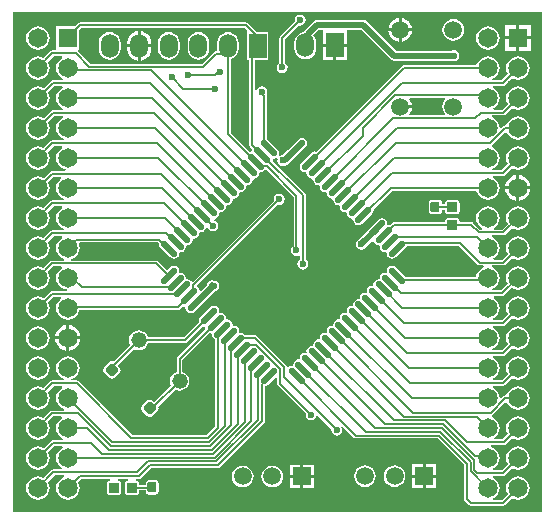
<source format=gtl>
G04*
G04 #@! TF.GenerationSoftware,Altium Limited,Altium NEXUS,4.0.7 (54)*
G04*
G04 Layer_Physical_Order=1*
G04 Layer_Color=255*
%FSLAX44Y44*%
%MOMM*%
G71*
G04*
G04 #@! TF.SameCoordinates,2F636ACE-6931-4982-A4A6-23C36C612785*
G04*
G04*
G04 #@! TF.FilePolarity,Positive*
G04*
G01*
G75*
%ADD17C,0.1600*%
G04:AMPARAMS|DCode=18|XSize=0.889mm|YSize=0.889mm|CornerRadius=0.1111mm|HoleSize=0mm|Usage=FLASHONLY|Rotation=180.000|XOffset=0mm|YOffset=0mm|HoleType=Round|Shape=RoundedRectangle|*
%AMROUNDEDRECTD18*
21,1,0.8890,0.6668,0,0,180.0*
21,1,0.6668,0.8890,0,0,180.0*
1,1,0.2223,-0.3334,0.3334*
1,1,0.2223,0.3334,0.3334*
1,1,0.2223,0.3334,-0.3334*
1,1,0.2223,-0.3334,-0.3334*
%
%ADD18ROUNDEDRECTD18*%
G04:AMPARAMS|DCode=19|XSize=0.889mm|YSize=0.889mm|CornerRadius=0.1111mm|HoleSize=0mm|Usage=FLASHONLY|Rotation=270.000|XOffset=0mm|YOffset=0mm|HoleType=Round|Shape=RoundedRectangle|*
%AMROUNDEDRECTD19*
21,1,0.8890,0.6668,0,0,270.0*
21,1,0.6668,0.8890,0,0,270.0*
1,1,0.2223,-0.3334,-0.3334*
1,1,0.2223,-0.3334,0.3334*
1,1,0.2223,0.3334,0.3334*
1,1,0.2223,0.3334,-0.3334*
%
%ADD19ROUNDEDRECTD19*%
G04:AMPARAMS|DCode=20|XSize=0.55mm|YSize=1.75mm|CornerRadius=0mm|HoleSize=0mm|Usage=FLASHONLY|Rotation=315.000|XOffset=0mm|YOffset=0mm|HoleType=Round|Shape=Round|*
%AMOVALD20*
21,1,1.2000,0.5500,0.0000,0.0000,45.0*
1,1,0.5500,-0.4243,-0.4243*
1,1,0.5500,0.4243,0.4243*
%
%ADD20OVALD20*%

G04:AMPARAMS|DCode=21|XSize=0.55mm|YSize=1.75mm|CornerRadius=0mm|HoleSize=0mm|Usage=FLASHONLY|Rotation=45.000|XOffset=0mm|YOffset=0mm|HoleType=Round|Shape=Round|*
%AMOVALD21*
21,1,1.2000,0.5500,0.0000,0.0000,135.0*
1,1,0.5500,0.4243,-0.4243*
1,1,0.5500,-0.4243,0.4243*
%
%ADD21OVALD21*%

G04:AMPARAMS|DCode=22|XSize=0.762mm|YSize=0.889mm|CornerRadius=0.0953mm|HoleSize=0mm|Usage=FLASHONLY|Rotation=180.000|XOffset=0mm|YOffset=0mm|HoleType=Round|Shape=RoundedRectangle|*
%AMROUNDEDRECTD22*
21,1,0.7620,0.6985,0,0,180.0*
21,1,0.5715,0.8890,0,0,180.0*
1,1,0.1905,-0.2858,0.3493*
1,1,0.1905,0.2858,0.3493*
1,1,0.1905,0.2858,-0.3493*
1,1,0.1905,-0.2858,-0.3493*
%
%ADD22ROUNDEDRECTD22*%
G04:AMPARAMS|DCode=23|XSize=0.889mm|YSize=0.889mm|CornerRadius=0.1111mm|HoleSize=0mm|Usage=FLASHONLY|Rotation=315.000|XOffset=0mm|YOffset=0mm|HoleType=Round|Shape=RoundedRectangle|*
%AMROUNDEDRECTD23*
21,1,0.8890,0.6668,0,0,315.0*
21,1,0.6668,0.8890,0,0,315.0*
1,1,0.2223,0.0000,-0.4715*
1,1,0.2223,-0.4715,0.0000*
1,1,0.2223,0.0000,0.4715*
1,1,0.2223,0.4715,0.0000*
%
%ADD23ROUNDEDRECTD23*%
%ADD37C,0.5000*%
%ADD38C,1.5000*%
%ADD39R,1.5000X1.5000*%
%ADD40O,1.5000X2.0000*%
%ADD41R,1.5000X2.0000*%
%ADD42C,1.3208*%
%ADD43C,1.6500*%
%ADD44R,1.6500X1.6500*%
%ADD45C,0.6000*%
G36*
X451820Y4180D02*
X4180D01*
Y427820D01*
X451820D01*
Y4180D01*
D02*
G37*
%LPC*%
G36*
X247250Y425690D02*
X245455Y425333D01*
X243934Y424316D01*
X242917Y422795D01*
X242560Y421000D01*
X242764Y419975D01*
X230270Y407480D01*
X229739Y406686D01*
X229553Y405750D01*
Y384897D01*
X228684Y384316D01*
X227667Y382795D01*
X227310Y381000D01*
X227667Y379205D01*
X228684Y377684D01*
X230205Y376667D01*
X232000Y376310D01*
X233795Y376667D01*
X235316Y377684D01*
X236333Y379205D01*
X236690Y381000D01*
X236333Y382795D01*
X235316Y384316D01*
X234447Y384897D01*
Y404736D01*
X246224Y416514D01*
X247250Y416310D01*
X249045Y416667D01*
X250566Y417684D01*
X251583Y419205D01*
X251940Y421000D01*
X251583Y422795D01*
X250566Y424316D01*
X249045Y425333D01*
X247250Y425690D01*
D02*
G37*
G36*
X333020Y422709D02*
Y414020D01*
X341709D01*
X341531Y415371D01*
X340520Y417813D01*
X338911Y419911D01*
X336813Y421520D01*
X334371Y422532D01*
X333020Y422709D01*
D02*
G37*
G36*
X330480D02*
X329129Y422532D01*
X326687Y421520D01*
X324589Y419911D01*
X322980Y417813D01*
X321968Y415371D01*
X321791Y414020D01*
X330480D01*
Y422709D01*
D02*
G37*
G36*
X442190Y416790D02*
X432670D01*
Y407270D01*
X442190D01*
Y416790D01*
D02*
G37*
G36*
X430130D02*
X420610D01*
Y407270D01*
X430130D01*
Y416790D01*
D02*
G37*
G36*
X376750Y421928D02*
X374374Y421616D01*
X372161Y420699D01*
X370260Y419240D01*
X368801Y417339D01*
X367884Y415126D01*
X367571Y412750D01*
X367884Y410374D01*
X368801Y408161D01*
X370260Y406260D01*
X372161Y404801D01*
X374374Y403884D01*
X376750Y403572D01*
X379126Y403884D01*
X381339Y404801D01*
X383240Y406260D01*
X384699Y408161D01*
X385616Y410374D01*
X385928Y412750D01*
X385616Y415126D01*
X384699Y417339D01*
X383240Y419240D01*
X381339Y420699D01*
X379126Y421616D01*
X376750Y421928D01*
D02*
G37*
G36*
X341709Y411480D02*
X333020D01*
Y402791D01*
X334371Y402968D01*
X336813Y403980D01*
X338911Y405589D01*
X340520Y407687D01*
X341531Y410129D01*
X341709Y411480D01*
D02*
G37*
G36*
X330480D02*
X321791D01*
X321968Y410129D01*
X322980Y407687D01*
X324589Y405589D01*
X326687Y403980D01*
X329129Y402968D01*
X330480Y402791D01*
Y411480D01*
D02*
G37*
G36*
X406000Y415935D02*
X403429Y415597D01*
X401032Y414604D01*
X398975Y413025D01*
X397396Y410968D01*
X396404Y408571D01*
X396065Y406000D01*
X396404Y403429D01*
X397396Y401032D01*
X398975Y398975D01*
X401032Y397396D01*
X403429Y396404D01*
X406000Y396065D01*
X408571Y396404D01*
X410967Y397396D01*
X413025Y398975D01*
X414604Y401032D01*
X415597Y403429D01*
X415935Y406000D01*
X415597Y408571D01*
X414604Y410968D01*
X413025Y413025D01*
X410967Y414604D01*
X408571Y415597D01*
X406000Y415935D01*
D02*
G37*
G36*
X25000Y415935D02*
X22429Y415597D01*
X20032Y414604D01*
X17975Y413025D01*
X16396Y410967D01*
X15404Y408571D01*
X15065Y406000D01*
X15404Y403429D01*
X16396Y401032D01*
X17975Y398975D01*
X20032Y397396D01*
X22429Y396404D01*
X25000Y396065D01*
X27571Y396404D01*
X29968Y397396D01*
X32025Y398975D01*
X33604Y401032D01*
X34597Y403429D01*
X34935Y406000D01*
X34597Y408571D01*
X33604Y410967D01*
X32025Y413025D01*
X29968Y414604D01*
X27571Y415597D01*
X25000Y415935D01*
D02*
G37*
G36*
X442190Y404730D02*
X432670D01*
Y395210D01*
X442190D01*
Y404730D01*
D02*
G37*
G36*
X430130D02*
X420610D01*
Y395210D01*
X430130D01*
Y404730D01*
D02*
G37*
G36*
X286540Y398480D02*
X277770D01*
Y387210D01*
X286540D01*
Y398480D01*
D02*
G37*
G36*
X275230D02*
X266460D01*
Y387210D01*
X275230D01*
Y398480D01*
D02*
G37*
G36*
X300500Y421430D02*
X261456D01*
X259856Y421112D01*
X258500Y420206D01*
X250457Y412163D01*
X249819Y411207D01*
X249124Y411116D01*
X246911Y410199D01*
X245010Y408740D01*
X243551Y406839D01*
X242634Y404626D01*
X242321Y402250D01*
Y397250D01*
X242634Y394874D01*
X243551Y392661D01*
X245010Y390760D01*
X246911Y389301D01*
X249124Y388384D01*
X251500Y388072D01*
X253876Y388384D01*
X256089Y389301D01*
X257990Y390760D01*
X259449Y392661D01*
X260366Y394874D01*
X260679Y397250D01*
Y402250D01*
X260366Y404626D01*
X259449Y406839D01*
X258367Y408249D01*
X263188Y413070D01*
X265513D01*
X266460Y412290D01*
X266460Y411800D01*
Y401020D01*
X276500D01*
X286540D01*
Y411800D01*
X286540Y412290D01*
X287487Y413070D01*
X298769D01*
X323794Y388044D01*
X325150Y387138D01*
X326750Y386820D01*
X375097D01*
X375325Y386667D01*
X377120Y386310D01*
X378915Y386667D01*
X380436Y387684D01*
X381453Y389205D01*
X381810Y391000D01*
X381453Y392795D01*
X380436Y394316D01*
X378915Y395333D01*
X377120Y395690D01*
X375325Y395333D01*
X375097Y395180D01*
X328481D01*
X303456Y420206D01*
X302100Y421112D01*
X300500Y421430D01*
D02*
G37*
G36*
X431400Y390535D02*
X428829Y390196D01*
X426432Y389204D01*
X424375Y387625D01*
X422796Y385568D01*
X421804Y383171D01*
X421465Y380600D01*
X421804Y378029D01*
X422796Y375633D01*
X422872Y375533D01*
X417536Y370197D01*
X409943D01*
X409690Y371467D01*
X410967Y371996D01*
X413025Y373575D01*
X414604Y375633D01*
X415597Y378029D01*
X415935Y380600D01*
X415597Y383171D01*
X414604Y385568D01*
X413025Y387625D01*
X410967Y389204D01*
X408571Y390196D01*
X406000Y390535D01*
X403429Y390196D01*
X401032Y389204D01*
X398975Y387625D01*
X397396Y385568D01*
X396404Y383171D01*
X396387Y383047D01*
X334875D01*
X333938Y382861D01*
X333144Y382330D01*
X260536Y309722D01*
X259724Y309884D01*
X258026Y309547D01*
X256588Y308585D01*
X248102Y300100D01*
X247141Y298661D01*
X246803Y296964D01*
X247141Y295266D01*
X248102Y293828D01*
X249541Y292866D01*
X251238Y292528D01*
X251642Y292609D01*
X252540Y291711D01*
X252460Y291307D01*
X252798Y289610D01*
X253759Y288171D01*
X255198Y287209D01*
X256895Y286872D01*
X257299Y286952D01*
X258197Y286054D01*
X258117Y285650D01*
X258454Y283953D01*
X259416Y282514D01*
X260855Y281552D01*
X262552Y281215D01*
X262956Y281295D01*
X263854Y280397D01*
X263774Y279993D01*
X264111Y278296D01*
X265073Y276857D01*
X266512Y275896D01*
X268209Y275558D01*
X268613Y275638D01*
X269511Y274740D01*
X269431Y274336D01*
X269768Y272639D01*
X270730Y271200D01*
X272169Y270239D01*
X273866Y269901D01*
X274270Y269981D01*
X275168Y269083D01*
X275087Y268679D01*
X275425Y266982D01*
X276386Y265543D01*
X277825Y264582D01*
X279523Y264244D01*
X279926Y264325D01*
X280825Y263426D01*
X280744Y263023D01*
X281082Y261325D01*
X282043Y259886D01*
X283482Y258925D01*
X285179Y258587D01*
X285583Y258668D01*
X286481Y257770D01*
X286401Y257366D01*
X286739Y255669D01*
X287700Y254230D01*
X289139Y253268D01*
X290836Y252931D01*
X291240Y253011D01*
X292138Y252113D01*
X292058Y251709D01*
X292396Y250012D01*
X293357Y248573D01*
X294796Y247611D01*
X296493Y247274D01*
X298190Y247611D01*
X299629Y248573D01*
X308115Y257058D01*
X309076Y258497D01*
X309414Y260194D01*
X309252Y261007D01*
X324798Y276553D01*
X396387D01*
X396404Y276429D01*
X397396Y274032D01*
X398975Y271975D01*
X401032Y270396D01*
X403429Y269404D01*
X406000Y269065D01*
X408571Y269404D01*
X410967Y270396D01*
X413025Y271975D01*
X414604Y274032D01*
X415597Y276429D01*
X415935Y279000D01*
X415597Y281571D01*
X414604Y283967D01*
X413025Y286025D01*
X410967Y287604D01*
X410535Y287783D01*
X410788Y289053D01*
X418500D01*
X419436Y289239D01*
X420230Y289770D01*
X426333Y295872D01*
X426432Y295796D01*
X428829Y294804D01*
X431400Y294465D01*
X433971Y294804D01*
X436367Y295796D01*
X438425Y297375D01*
X440004Y299433D01*
X440996Y301829D01*
X441335Y304400D01*
X440996Y306971D01*
X440004Y309368D01*
X438425Y311425D01*
X436367Y313004D01*
X433971Y313996D01*
X431400Y314335D01*
X428829Y313996D01*
X426432Y313004D01*
X424375Y311425D01*
X422796Y309368D01*
X421804Y306971D01*
X421465Y304400D01*
X421804Y301829D01*
X422796Y299433D01*
X422872Y299333D01*
X417486Y293947D01*
X409822D01*
X409570Y295217D01*
X410967Y295796D01*
X413025Y297375D01*
X414604Y299433D01*
X415597Y301829D01*
X415935Y304400D01*
X415597Y306971D01*
X414604Y309368D01*
X413025Y311425D01*
X410967Y313004D01*
X409576Y313580D01*
X409517Y313759D01*
X409542Y314969D01*
X409992Y315270D01*
X420875Y326153D01*
X422373Y325855D01*
X422796Y324832D01*
X424375Y322775D01*
X426432Y321196D01*
X428829Y320204D01*
X431400Y319865D01*
X433971Y320204D01*
X436367Y321196D01*
X438425Y322775D01*
X440004Y324832D01*
X440997Y327229D01*
X441335Y329800D01*
X440997Y332371D01*
X440004Y334767D01*
X438425Y336825D01*
X436367Y338404D01*
X433971Y339396D01*
X431400Y339735D01*
X428829Y339396D01*
X426432Y338404D01*
X424375Y336825D01*
X422796Y334767D01*
X421804Y332371D01*
X421746Y331936D01*
X420750D01*
X419814Y331749D01*
X419020Y331219D01*
X417051Y329250D01*
X416476Y329533D01*
X415920Y329915D01*
X415597Y332371D01*
X414604Y334767D01*
X413025Y336825D01*
X410967Y338404D01*
X409449Y339033D01*
X409701Y340303D01*
X418950D01*
X419887Y340489D01*
X420680Y341020D01*
X426333Y346672D01*
X426432Y346596D01*
X428829Y345604D01*
X431400Y345265D01*
X433971Y345604D01*
X436367Y346596D01*
X438425Y348175D01*
X440004Y350233D01*
X440997Y352629D01*
X441335Y355200D01*
X440997Y357771D01*
X440004Y360168D01*
X438425Y362225D01*
X436367Y363804D01*
X433971Y364796D01*
X431400Y365135D01*
X428829Y364796D01*
X426432Y363804D01*
X424375Y362225D01*
X422796Y360168D01*
X421804Y357771D01*
X421465Y355200D01*
X421804Y352629D01*
X422796Y350233D01*
X422872Y350133D01*
X417936Y345197D01*
X410909D01*
X410656Y346467D01*
X410967Y346596D01*
X413025Y348175D01*
X414604Y350233D01*
X415597Y352629D01*
X415935Y355200D01*
X415597Y357771D01*
X414604Y360168D01*
X413025Y362225D01*
X410967Y363804D01*
X410415Y364033D01*
X410667Y365303D01*
X418550D01*
X419486Y365489D01*
X420280Y366020D01*
X426333Y372072D01*
X426432Y371996D01*
X428829Y371004D01*
X431400Y370665D01*
X433971Y371004D01*
X436367Y371996D01*
X438425Y373575D01*
X440004Y375633D01*
X440997Y378029D01*
X441335Y380600D01*
X440997Y383171D01*
X440004Y385568D01*
X438425Y387625D01*
X436367Y389204D01*
X433971Y390196D01*
X431400Y390535D01*
D02*
G37*
G36*
X201069Y419172D02*
X61125D01*
X60188Y418986D01*
X59395Y418455D01*
X56789Y415850D01*
X40550D01*
Y396150D01*
X39571Y395447D01*
X37400D01*
X36464Y395261D01*
X35670Y394730D01*
X30067Y389128D01*
X29968Y389204D01*
X27571Y390196D01*
X25000Y390535D01*
X22429Y390196D01*
X20032Y389204D01*
X17975Y387625D01*
X16396Y385568D01*
X15404Y383171D01*
X15065Y380600D01*
X15404Y378029D01*
X16396Y375633D01*
X17975Y373575D01*
X20032Y371996D01*
X22429Y371004D01*
X25000Y370665D01*
X27571Y371004D01*
X29968Y371996D01*
X32025Y373575D01*
X33604Y375633D01*
X34597Y378029D01*
X34935Y380600D01*
X34597Y383171D01*
X33604Y385568D01*
X33528Y385667D01*
X38414Y390553D01*
X45371D01*
X45623Y389283D01*
X45433Y389204D01*
X43375Y387625D01*
X41796Y385568D01*
X40804Y383171D01*
X40465Y380600D01*
X40804Y378029D01*
X41796Y375633D01*
X43375Y373575D01*
X45433Y371996D01*
X46710Y371467D01*
X46457Y370197D01*
X37550D01*
X36614Y370011D01*
X35820Y369480D01*
X30067Y363728D01*
X29968Y363804D01*
X27571Y364796D01*
X25000Y365135D01*
X22429Y364796D01*
X20032Y363804D01*
X17975Y362225D01*
X16396Y360168D01*
X15404Y357771D01*
X15065Y355200D01*
X15404Y352629D01*
X16396Y350233D01*
X17975Y348175D01*
X20032Y346596D01*
X22429Y345604D01*
X25000Y345265D01*
X27571Y345604D01*
X29968Y346596D01*
X32025Y348175D01*
X33604Y350233D01*
X34597Y352629D01*
X34935Y355200D01*
X34597Y357771D01*
X33604Y360168D01*
X33528Y360267D01*
X38564Y365303D01*
X45733D01*
X45985Y364033D01*
X45433Y363804D01*
X43375Y362225D01*
X41796Y360168D01*
X40803Y357771D01*
X40465Y355200D01*
X40803Y352629D01*
X41796Y350233D01*
X43375Y348175D01*
X45433Y346596D01*
X46348Y346217D01*
X46095Y344947D01*
X37700D01*
X36764Y344761D01*
X35970Y344230D01*
X30067Y338328D01*
X29968Y338404D01*
X27571Y339396D01*
X25000Y339735D01*
X22429Y339396D01*
X20032Y338404D01*
X17975Y336825D01*
X16396Y334767D01*
X15404Y332371D01*
X15065Y329800D01*
X15404Y327229D01*
X16396Y324832D01*
X17975Y322775D01*
X20032Y321196D01*
X22429Y320204D01*
X25000Y319865D01*
X27571Y320204D01*
X29968Y321196D01*
X32025Y322775D01*
X33604Y324832D01*
X34597Y327229D01*
X34935Y329800D01*
X34597Y332371D01*
X33604Y334767D01*
X33528Y334867D01*
X38714Y340053D01*
X46095D01*
X46347Y338783D01*
X45433Y338404D01*
X43375Y336825D01*
X41796Y334767D01*
X40803Y332371D01*
X40465Y329800D01*
X40803Y327229D01*
X41796Y324833D01*
X43375Y322775D01*
X45433Y321196D01*
X47193Y320467D01*
X46940Y319197D01*
X37350D01*
X36414Y319011D01*
X35620Y318480D01*
X30067Y312928D01*
X29968Y313004D01*
X27571Y313997D01*
X25000Y314335D01*
X22429Y313997D01*
X20033Y313004D01*
X17975Y311425D01*
X16396Y309368D01*
X15404Y306971D01*
X15065Y304400D01*
X15404Y301829D01*
X16396Y299433D01*
X17975Y297375D01*
X20033Y295796D01*
X22429Y294804D01*
X25000Y294465D01*
X27571Y294804D01*
X29968Y295796D01*
X32025Y297375D01*
X33604Y299433D01*
X34597Y301829D01*
X34935Y304400D01*
X34597Y306971D01*
X33604Y309368D01*
X33528Y309467D01*
X38364Y314303D01*
X45250D01*
X45503Y313033D01*
X45432Y313004D01*
X43375Y311425D01*
X41796Y309368D01*
X40803Y306971D01*
X40465Y304400D01*
X40803Y301829D01*
X41796Y299433D01*
X43375Y297375D01*
X45432Y295796D01*
X47829Y294804D01*
X48486Y294717D01*
X48402Y293447D01*
X37000D01*
X36064Y293261D01*
X35270Y292730D01*
X30067Y287528D01*
X29968Y287604D01*
X27571Y288596D01*
X25000Y288935D01*
X22429Y288596D01*
X20032Y287604D01*
X17975Y286025D01*
X16396Y283967D01*
X15404Y281571D01*
X15065Y279000D01*
X15404Y276429D01*
X16396Y274032D01*
X17975Y271975D01*
X20032Y270396D01*
X22429Y269404D01*
X25000Y269065D01*
X27571Y269404D01*
X29968Y270396D01*
X32025Y271975D01*
X33604Y274032D01*
X34597Y276429D01*
X34935Y279000D01*
X34597Y281571D01*
X33604Y283967D01*
X33528Y284067D01*
X38014Y288553D01*
X44583D01*
X45014Y287283D01*
X43375Y286025D01*
X41796Y283967D01*
X40804Y281571D01*
X40465Y279000D01*
X40804Y276429D01*
X41796Y274032D01*
X43375Y271975D01*
X45433Y270396D01*
X47072Y269717D01*
X46819Y268447D01*
X37400D01*
X36464Y268261D01*
X35670Y267730D01*
X30067Y262128D01*
X29968Y262204D01*
X27571Y263197D01*
X25000Y263535D01*
X22429Y263197D01*
X20032Y262204D01*
X17975Y260625D01*
X16396Y258568D01*
X15404Y256171D01*
X15065Y253600D01*
X15404Y251029D01*
X16396Y248633D01*
X17975Y246575D01*
X20032Y244996D01*
X22429Y244004D01*
X25000Y243665D01*
X27571Y244004D01*
X29968Y244996D01*
X32025Y246575D01*
X33604Y248633D01*
X34597Y251029D01*
X34935Y253600D01*
X34597Y256171D01*
X33604Y258568D01*
X33528Y258667D01*
X38414Y263553D01*
X45371D01*
X45623Y262283D01*
X45433Y262204D01*
X43375Y260625D01*
X41796Y258568D01*
X40804Y256171D01*
X40465Y253600D01*
X40804Y251029D01*
X41796Y248633D01*
X43375Y246575D01*
X45433Y244996D01*
X47313Y244217D01*
X47061Y242947D01*
X37300D01*
X36364Y242761D01*
X35570Y242230D01*
X30067Y236728D01*
X29968Y236804D01*
X27571Y237796D01*
X25000Y238135D01*
X22429Y237796D01*
X20032Y236804D01*
X17975Y235225D01*
X16396Y233167D01*
X15404Y230771D01*
X15065Y228200D01*
X15404Y225629D01*
X16396Y223232D01*
X17975Y221175D01*
X20032Y219596D01*
X22429Y218603D01*
X25000Y218265D01*
X27571Y218603D01*
X29968Y219596D01*
X32025Y221175D01*
X33604Y223232D01*
X34597Y225629D01*
X34935Y228200D01*
X34597Y230771D01*
X33604Y233167D01*
X33528Y233267D01*
X38314Y238053D01*
X45129D01*
X45416Y236872D01*
X45405Y236783D01*
X43375Y235225D01*
X41796Y233167D01*
X40804Y230771D01*
X40465Y228200D01*
X40804Y225629D01*
X41796Y223232D01*
X43375Y221175D01*
X45433Y219596D01*
X47555Y218717D01*
X47302Y217447D01*
X37200D01*
X36264Y217261D01*
X35470Y216730D01*
X30067Y211328D01*
X29968Y211404D01*
X27571Y212396D01*
X25000Y212735D01*
X22429Y212396D01*
X20032Y211404D01*
X17975Y209825D01*
X16396Y207768D01*
X15404Y205371D01*
X15065Y202800D01*
X15404Y200229D01*
X16396Y197833D01*
X17975Y195775D01*
X20032Y194196D01*
X22429Y193204D01*
X25000Y192865D01*
X27571Y193204D01*
X29968Y194196D01*
X32025Y195775D01*
X33604Y197833D01*
X34597Y200229D01*
X34935Y202800D01*
X34597Y205371D01*
X33604Y207768D01*
X33528Y207867D01*
X38214Y212553D01*
X44922D01*
X45236Y211847D01*
X45275Y211283D01*
X43375Y209825D01*
X41796Y207768D01*
X40803Y205371D01*
X40465Y202800D01*
X40803Y200229D01*
X41796Y197833D01*
X43375Y195775D01*
X45433Y194196D01*
X47829Y193204D01*
X49373Y193000D01*
X49290Y191730D01*
X36883D01*
X35947Y191544D01*
X35153Y191014D01*
X30067Y185928D01*
X29968Y186004D01*
X27571Y186996D01*
X25000Y187335D01*
X22429Y186996D01*
X20032Y186004D01*
X17975Y184425D01*
X16396Y182367D01*
X15404Y179971D01*
X15065Y177400D01*
X15404Y174829D01*
X16396Y172432D01*
X17975Y170375D01*
X20032Y168796D01*
X22429Y167804D01*
X25000Y167465D01*
X27571Y167804D01*
X29968Y168796D01*
X32025Y170375D01*
X33604Y172432D01*
X34597Y174829D01*
X34935Y177400D01*
X34597Y179971D01*
X33604Y182367D01*
X33528Y182467D01*
X37897Y186836D01*
X44431D01*
X44862Y185566D01*
X43375Y184425D01*
X41796Y182367D01*
X40804Y179971D01*
X40465Y177400D01*
X40804Y174829D01*
X41796Y172432D01*
X43375Y170375D01*
X45433Y168796D01*
X47829Y167804D01*
X50400Y167465D01*
X52971Y167804D01*
X55367Y168796D01*
X57425Y170375D01*
X59004Y172432D01*
X59997Y174829D01*
X60092Y175553D01*
X143588D01*
X144525Y175739D01*
X145319Y176270D01*
X147895Y178846D01*
X148708Y178684D01*
X149112Y178765D01*
X150010Y177867D01*
X149930Y177463D01*
X150267Y175765D01*
X151229Y174327D01*
X152667Y173365D01*
X154365Y173027D01*
X156062Y173365D01*
X157501Y174327D01*
X165986Y182812D01*
X166439Y183490D01*
X174123Y191174D01*
X175907Y191529D01*
X177428Y192545D01*
X178445Y194067D01*
X178802Y195862D01*
X178445Y197657D01*
X177428Y199178D01*
X175907Y200195D01*
X174112Y200552D01*
X173907Y200511D01*
X172362Y200819D01*
X170762Y200500D01*
X169406Y199594D01*
X169215Y199403D01*
X168309Y198047D01*
X168094Y196969D01*
X162848Y191723D01*
X161513Y192184D01*
X161291Y193302D01*
X160329Y194741D01*
X160190Y194834D01*
X160029Y196469D01*
X228325Y264764D01*
X229350Y264560D01*
X231145Y264917D01*
X232666Y265934D01*
X233683Y267455D01*
X234040Y269250D01*
X233683Y271045D01*
X232666Y272566D01*
X231145Y273583D01*
X229350Y273940D01*
X227555Y273583D01*
X226034Y272566D01*
X225017Y271045D01*
X224660Y269250D01*
X224864Y268225D01*
X156327Y199688D01*
X155063Y199813D01*
X154672Y200398D01*
X153234Y201359D01*
X151536Y201697D01*
X151132Y201616D01*
X150234Y202515D01*
X150315Y202918D01*
X149977Y204616D01*
X149016Y206055D01*
X147577Y207016D01*
X145879Y207354D01*
X145476Y207273D01*
X144577Y208171D01*
X144658Y208575D01*
X144320Y210273D01*
X143359Y211712D01*
X141920Y212673D01*
X140223Y213011D01*
X138525Y212673D01*
X137086Y211712D01*
X134574Y209199D01*
X127043Y216730D01*
X126249Y217261D01*
X125313Y217447D01*
X53498D01*
X53245Y218717D01*
X55367Y219596D01*
X57425Y221175D01*
X59004Y223232D01*
X59997Y225629D01*
X60335Y228200D01*
X59997Y230771D01*
X59603Y231722D01*
X60308Y232778D01*
X126353D01*
X127322Y231809D01*
X127640Y230213D01*
X128601Y228774D01*
X137086Y220289D01*
X138525Y219327D01*
X140223Y218989D01*
X141920Y219327D01*
X143359Y220289D01*
X144320Y221727D01*
X144658Y223425D01*
X144577Y223829D01*
X145476Y224727D01*
X145879Y224646D01*
X147577Y224984D01*
X149016Y225945D01*
X149977Y227384D01*
X150315Y229081D01*
X150234Y229485D01*
X151132Y230383D01*
X151536Y230303D01*
X153234Y230641D01*
X154672Y231602D01*
X155634Y233041D01*
X155971Y234738D01*
X155891Y235142D01*
X156789Y236040D01*
X157193Y235960D01*
X158890Y236298D01*
X160329Y237259D01*
X161291Y238698D01*
X161628Y240395D01*
X161548Y240799D01*
X162446Y241697D01*
X162850Y241617D01*
X164547Y241954D01*
X165986Y242916D01*
X166948Y244355D01*
X167142Y245331D01*
X168375Y246218D01*
X168519Y246240D01*
X168723Y246178D01*
X168917Y245205D01*
X169934Y243684D01*
X171455Y242667D01*
X173250Y242310D01*
X175045Y242667D01*
X176566Y243684D01*
X177583Y245205D01*
X177940Y247000D01*
X177583Y248795D01*
X176566Y250316D01*
X175045Y251333D01*
X174072Y251527D01*
X174018Y251705D01*
X174030Y251812D01*
X174927Y253082D01*
X175861Y253268D01*
X177300Y254230D01*
X178261Y255669D01*
X178599Y257366D01*
X178519Y257770D01*
X179417Y258668D01*
X179820Y258587D01*
X181518Y258925D01*
X182957Y259886D01*
X183918Y261325D01*
X184256Y263023D01*
X184175Y263426D01*
X185073Y264325D01*
X185477Y264244D01*
X187175Y264582D01*
X188613Y265543D01*
X189575Y266982D01*
X189913Y268679D01*
X189832Y269083D01*
X190730Y269981D01*
X191134Y269901D01*
X192831Y270239D01*
X194270Y271200D01*
X195232Y272639D01*
X195569Y274336D01*
X195489Y274740D01*
X196387Y275638D01*
X196791Y275558D01*
X198488Y275896D01*
X199927Y276857D01*
X200889Y278296D01*
X201226Y279993D01*
X201146Y280397D01*
X202044Y281295D01*
X202448Y281215D01*
X204145Y281552D01*
X205584Y282514D01*
X206546Y283953D01*
X206883Y285650D01*
X206803Y286054D01*
X207701Y286952D01*
X208105Y286872D01*
X209802Y287209D01*
X211241Y288171D01*
X212202Y289610D01*
X212540Y291307D01*
X212460Y291711D01*
X213358Y292609D01*
X213762Y292528D01*
X215459Y292866D01*
X216898Y293828D01*
X217021Y294012D01*
X218656Y294173D01*
X241553Y271276D01*
Y229897D01*
X240684Y229316D01*
X239667Y227795D01*
X239310Y226000D01*
X239667Y224205D01*
X240684Y222684D01*
X242205Y221667D01*
X244000Y221310D01*
X245683Y221645D01*
X246002Y221602D01*
X246953Y221094D01*
Y218300D01*
X246121Y217744D01*
X245105Y216223D01*
X244748Y214428D01*
X245105Y212633D01*
X246121Y211112D01*
X247643Y210095D01*
X249438Y209738D01*
X251233Y210095D01*
X252754Y211112D01*
X253771Y212633D01*
X254128Y214428D01*
X253771Y216223D01*
X252754Y217744D01*
X251847Y218351D01*
Y272639D01*
X251661Y273575D01*
X251130Y274369D01*
X223692Y301808D01*
X223854Y302621D01*
X223773Y303025D01*
X224671Y303923D01*
X225075Y303842D01*
X226773Y304180D01*
X226914Y304275D01*
X228057Y303511D01*
X227810Y302267D01*
X228167Y300472D01*
X229184Y298951D01*
X230705Y297934D01*
X232500Y297577D01*
X234295Y297934D01*
X235166Y298516D01*
X235570Y298596D01*
X236926Y299502D01*
X241599Y304175D01*
X241622Y304180D01*
X243061Y305141D01*
X251546Y313627D01*
X252507Y315065D01*
X252845Y316763D01*
X252507Y318460D01*
X251546Y319899D01*
X250107Y320860D01*
X248410Y321198D01*
X246713Y320860D01*
X245274Y319899D01*
X236789Y311414D01*
X236335Y310735D01*
X232548Y306948D01*
X232500Y306957D01*
X230705Y306600D01*
X230436Y306420D01*
X229293Y307184D01*
X229511Y308277D01*
X229173Y309975D01*
X228211Y311414D01*
X219726Y319899D01*
X219037Y320359D01*
Y356969D01*
X218851Y357906D01*
X218658Y358194D01*
X218833Y358455D01*
X219190Y360250D01*
X218833Y362045D01*
X217816Y363566D01*
X216295Y364583D01*
X214500Y364940D01*
X212705Y364583D01*
X211184Y363566D01*
X210217Y362120D01*
X210124Y362105D01*
X208947Y362745D01*
Y387650D01*
X220100D01*
Y410850D01*
X210404D01*
X205999Y415255D01*
X205999Y415255D01*
X202799Y418455D01*
X202005Y418986D01*
X201069Y419172D01*
D02*
G37*
G36*
X432670Y289716D02*
Y280270D01*
X442116D01*
X441912Y281817D01*
X440825Y284442D01*
X439095Y286695D01*
X436842Y288425D01*
X434217Y289512D01*
X432670Y289716D01*
D02*
G37*
G36*
X430130D02*
X428583Y289512D01*
X425959Y288425D01*
X423704Y286695D01*
X421975Y284442D01*
X420888Y281817D01*
X420684Y280270D01*
X430130D01*
Y289716D01*
D02*
G37*
G36*
X442116Y277730D02*
X432670D01*
Y268284D01*
X434217Y268488D01*
X436842Y269575D01*
X439095Y271304D01*
X440825Y273559D01*
X441912Y276183D01*
X442116Y277730D01*
D02*
G37*
G36*
X430130D02*
X420684D01*
X420888Y276183D01*
X421975Y273559D01*
X423704Y271304D01*
X425959Y269575D01*
X428583Y268488D01*
X430130Y268284D01*
Y277730D01*
D02*
G37*
G36*
X364478Y269095D02*
X358763D01*
X357767Y268897D01*
X356922Y268333D01*
X356358Y267488D01*
X356160Y266493D01*
Y259508D01*
X356358Y258512D01*
X356922Y257667D01*
X357767Y257103D01*
X358763Y256905D01*
X364478D01*
X365473Y257103D01*
X366318Y257667D01*
X366882Y258512D01*
X367080Y259508D01*
Y260423D01*
X369902D01*
Y259536D01*
X370112Y258478D01*
X370712Y257582D01*
X371608Y256982D01*
X372666Y256772D01*
X379334D01*
X380392Y256982D01*
X381288Y257582D01*
X381888Y258478D01*
X382098Y259536D01*
Y266204D01*
X381888Y267262D01*
X381288Y268158D01*
X380392Y268758D01*
X379334Y268968D01*
X372666D01*
X371608Y268758D01*
X370712Y268158D01*
X370112Y267262D01*
X369902Y266204D01*
Y265317D01*
X367080D01*
Y266493D01*
X366882Y267488D01*
X366318Y268333D01*
X365473Y268897D01*
X364478Y269095D01*
D02*
G37*
G36*
X431400Y263535D02*
X428829Y263197D01*
X426432Y262204D01*
X424375Y260625D01*
X422796Y258568D01*
X421804Y256171D01*
X421465Y253600D01*
X421804Y251029D01*
X422796Y248633D01*
X422872Y248533D01*
X418036Y243697D01*
X411150D01*
X410897Y244967D01*
X410967Y244996D01*
X413025Y246575D01*
X414604Y248633D01*
X415597Y251029D01*
X415935Y253600D01*
X415597Y256171D01*
X414604Y258568D01*
X413025Y260625D01*
X410967Y262204D01*
X408571Y263197D01*
X406000Y263535D01*
X403429Y263197D01*
X401032Y262204D01*
X398975Y260625D01*
X397396Y258568D01*
X396404Y256171D01*
X396065Y253600D01*
X396404Y251029D01*
X397396Y248633D01*
X398975Y246575D01*
X401032Y244996D01*
X401103Y244967D01*
X400850Y243697D01*
X399514D01*
X393850Y249360D01*
X393056Y249891D01*
X392120Y250077D01*
X382098D01*
Y250964D01*
X381888Y252022D01*
X381288Y252918D01*
X380392Y253518D01*
X379334Y253728D01*
X372666D01*
X371608Y253518D01*
X370712Y252918D01*
X370112Y252022D01*
X369902Y250964D01*
Y250077D01*
X326355D01*
X325419Y249891D01*
X324625Y249360D01*
X322762Y247497D01*
X321949Y247659D01*
X321545Y247579D01*
X320647Y248477D01*
X320727Y248881D01*
X320390Y250578D01*
X319428Y252017D01*
X317989Y252978D01*
X316292Y253316D01*
X314595Y252978D01*
X313156Y252017D01*
X304671Y243531D01*
X303767Y242179D01*
X297475Y235887D01*
X297205Y235833D01*
X295684Y234816D01*
X294667Y233295D01*
X294310Y231500D01*
X294667Y229705D01*
X295684Y228184D01*
X297205Y227167D01*
X299000Y226810D01*
X300795Y227167D01*
X302316Y228184D01*
X303333Y229705D01*
X303387Y229975D01*
X307803Y234391D01*
X309181Y233973D01*
X309366Y233041D01*
X310327Y231602D01*
X311766Y230641D01*
X313464Y230303D01*
X313868Y230383D01*
X314766Y229485D01*
X314685Y229081D01*
X315023Y227384D01*
X315984Y225945D01*
X317423Y224984D01*
X319121Y224646D01*
X319524Y224727D01*
X320423Y223829D01*
X320342Y223425D01*
X320680Y221727D01*
X321641Y220289D01*
X323080Y219327D01*
X324777Y218989D01*
X326475Y219327D01*
X327914Y220289D01*
X336399Y228774D01*
X337254Y230053D01*
X381486D01*
X397520Y214020D01*
X398314Y213489D01*
X399250Y213303D01*
X402299D01*
X402551Y212033D01*
X401032Y211404D01*
X398975Y209825D01*
X397396Y207768D01*
X396404Y205371D01*
X396129Y203283D01*
X336342D01*
X327914Y211712D01*
X326475Y212673D01*
X324777Y213011D01*
X323080Y212673D01*
X321641Y211712D01*
X320680Y210273D01*
X320342Y208575D01*
X320423Y208171D01*
X319524Y207273D01*
X319121Y207354D01*
X317423Y207016D01*
X315984Y206055D01*
X315023Y204616D01*
X314685Y202918D01*
X314766Y202515D01*
X313868Y201616D01*
X313464Y201697D01*
X311766Y201359D01*
X310327Y200398D01*
X309366Y198959D01*
X309028Y197262D01*
X309109Y196858D01*
X308211Y195960D01*
X307807Y196040D01*
X306110Y195702D01*
X304671Y194741D01*
X303709Y193302D01*
X303372Y191605D01*
X303452Y191201D01*
X302554Y190303D01*
X302150Y190383D01*
X300453Y190046D01*
X299014Y189084D01*
X298052Y187645D01*
X297715Y185948D01*
X297795Y185544D01*
X296897Y184646D01*
X296493Y184726D01*
X294796Y184389D01*
X293357Y183427D01*
X292396Y181988D01*
X292058Y180291D01*
X292138Y179887D01*
X291240Y178989D01*
X290836Y179069D01*
X289139Y178732D01*
X287700Y177770D01*
X286739Y176332D01*
X286401Y174634D01*
X286481Y174230D01*
X285583Y173332D01*
X285179Y173413D01*
X283482Y173075D01*
X282043Y172113D01*
X281082Y170675D01*
X280744Y168977D01*
X280825Y168573D01*
X279926Y167675D01*
X279523Y167756D01*
X277825Y167418D01*
X276386Y166457D01*
X275425Y165018D01*
X275087Y163321D01*
X275168Y162917D01*
X274270Y162019D01*
X273866Y162099D01*
X272169Y161761D01*
X270730Y160800D01*
X269768Y159361D01*
X269431Y157664D01*
X269511Y157260D01*
X268613Y156362D01*
X268209Y156442D01*
X266512Y156104D01*
X265073Y155143D01*
X264111Y153704D01*
X263774Y152007D01*
X263854Y151603D01*
X262956Y150705D01*
X262552Y150785D01*
X260855Y150448D01*
X259416Y149486D01*
X258454Y148047D01*
X258117Y146350D01*
X258197Y145946D01*
X257299Y145048D01*
X256895Y145128D01*
X255198Y144791D01*
X253759Y143829D01*
X252798Y142390D01*
X252460Y140693D01*
X252540Y140289D01*
X251642Y139391D01*
X251238Y139472D01*
X249541Y139134D01*
X248102Y138172D01*
X247141Y136734D01*
X246803Y135036D01*
X246884Y134632D01*
X245985Y133734D01*
X245581Y133815D01*
X243884Y133477D01*
X242445Y132516D01*
X241484Y131077D01*
X241146Y129379D01*
X241227Y128975D01*
X240329Y128077D01*
X239925Y128158D01*
X238227Y127820D01*
X237142Y127095D01*
X236798Y127119D01*
X236045Y127412D01*
X235789Y127602D01*
X235686Y128118D01*
X235156Y128912D01*
X210330Y153737D01*
X209536Y154268D01*
X208600Y154454D01*
X200388D01*
X199927Y155143D01*
X198488Y156104D01*
X196791Y156442D01*
X196387Y156362D01*
X195489Y157260D01*
X195569Y157664D01*
X195232Y159361D01*
X194270Y160800D01*
X192831Y161761D01*
X191134Y162099D01*
X190730Y162019D01*
X189832Y162917D01*
X189913Y163321D01*
X189575Y165018D01*
X188614Y166457D01*
X187175Y167418D01*
X185477Y167756D01*
X185074Y167675D01*
X184175Y168573D01*
X184256Y168977D01*
X183918Y170675D01*
X182957Y172113D01*
X181518Y173075D01*
X179820Y173413D01*
X179417Y173332D01*
X178519Y174230D01*
X178599Y174634D01*
X178261Y176332D01*
X177300Y177770D01*
X175861Y178732D01*
X174164Y179069D01*
X172466Y178732D01*
X171028Y177770D01*
X162542Y169285D01*
X161581Y167846D01*
X161243Y166149D01*
X161405Y165336D01*
X148508Y152439D01*
X118374D01*
X117674Y154129D01*
X116359Y155843D01*
X114645Y157158D01*
X112650Y157985D01*
X110508Y158267D01*
X108366Y157985D01*
X106371Y157158D01*
X104657Y155843D01*
X103342Y154129D01*
X102515Y152134D01*
X102233Y149992D01*
X102515Y147850D01*
X103215Y146160D01*
X88995Y131939D01*
X88670Y132157D01*
X87612Y132367D01*
X86554Y132157D01*
X85657Y131558D01*
X80942Y126843D01*
X80343Y125946D01*
X80133Y124888D01*
X80343Y123830D01*
X80942Y122933D01*
X85657Y118219D01*
X86554Y117620D01*
X87612Y117409D01*
X88670Y117620D01*
X89566Y118219D01*
X94281Y122933D01*
X94880Y123830D01*
X95091Y124888D01*
X94880Y125946D01*
X94281Y126843D01*
X92550Y128574D01*
X106676Y142699D01*
X108366Y141999D01*
X110508Y141717D01*
X112650Y141999D01*
X114645Y142826D01*
X116359Y144141D01*
X117674Y145855D01*
X118374Y147545D01*
X149522D01*
X150458Y147731D01*
X151252Y148262D01*
X164865Y161875D01*
X165678Y161714D01*
X166082Y161794D01*
X166967Y160910D01*
X166970Y160843D01*
X166900Y160492D01*
X167016Y159911D01*
X167029Y159646D01*
X143262Y135879D01*
X142731Y135085D01*
X142545Y134149D01*
Y123374D01*
X140855Y122674D01*
X139141Y121359D01*
X137826Y119645D01*
X136999Y117650D01*
X136717Y115508D01*
X136999Y113366D01*
X137699Y111676D01*
X123449Y97425D01*
X121731Y99143D01*
X120834Y99742D01*
X119776Y99953D01*
X118718Y99742D01*
X117822Y99143D01*
X113107Y94428D01*
X112508Y93532D01*
X112297Y92474D01*
X112508Y91416D01*
X113107Y90519D01*
X117822Y85804D01*
X118718Y85205D01*
X119776Y84995D01*
X120834Y85205D01*
X121731Y85804D01*
X126446Y90519D01*
X127045Y91416D01*
X127255Y92474D01*
X127045Y93532D01*
X126817Y93872D01*
X141160Y108215D01*
X142850Y107515D01*
X144992Y107233D01*
X147134Y107515D01*
X149129Y108342D01*
X150843Y109657D01*
X152158Y111370D01*
X152985Y113366D01*
X153267Y115508D01*
X152985Y117650D01*
X152158Y119645D01*
X150843Y121359D01*
X149129Y122674D01*
X147439Y123374D01*
Y133135D01*
X170522Y156219D01*
X171335Y156057D01*
X171739Y156137D01*
X172637Y155239D01*
X172557Y154835D01*
X172894Y153138D01*
X173856Y151699D01*
X175052Y150900D01*
Y147045D01*
X175053Y147040D01*
Y77014D01*
X167986Y69947D01*
X105264D01*
X59980Y115230D01*
X59187Y115761D01*
X58250Y115947D01*
X53739D01*
X53487Y117217D01*
X55367Y117996D01*
X57425Y119575D01*
X59004Y121632D01*
X59997Y124029D01*
X60335Y126600D01*
X59997Y129171D01*
X59004Y131567D01*
X57425Y133625D01*
X55367Y135204D01*
X52971Y136196D01*
X50400Y136535D01*
X47829Y136196D01*
X45433Y135204D01*
X43375Y133625D01*
X41796Y131567D01*
X40804Y129171D01*
X40465Y126600D01*
X40804Y124029D01*
X41796Y121632D01*
X43375Y119575D01*
X45433Y117996D01*
X47313Y117217D01*
X47061Y115947D01*
X37300D01*
X36364Y115761D01*
X35570Y115230D01*
X30067Y109728D01*
X29968Y109804D01*
X27571Y110796D01*
X25000Y111135D01*
X22429Y110796D01*
X20032Y109804D01*
X17975Y108225D01*
X16396Y106167D01*
X15404Y103771D01*
X15065Y101200D01*
X15404Y98629D01*
X16396Y96233D01*
X17975Y94175D01*
X20032Y92596D01*
X22429Y91603D01*
X25000Y91265D01*
X27571Y91603D01*
X29968Y92596D01*
X32025Y94175D01*
X33604Y96233D01*
X34597Y98629D01*
X34935Y101200D01*
X34597Y103771D01*
X33604Y106167D01*
X33528Y106267D01*
X38314Y111053D01*
X45129D01*
X45416Y109872D01*
X45405Y109783D01*
X43375Y108225D01*
X41796Y106167D01*
X40803Y103771D01*
X40465Y101200D01*
X40803Y98629D01*
X41796Y96233D01*
X43375Y94175D01*
X45433Y92596D01*
X47555Y91717D01*
X47302Y90447D01*
X37200D01*
X36264Y90261D01*
X35470Y89730D01*
X30067Y84328D01*
X29968Y84404D01*
X27571Y85396D01*
X25000Y85735D01*
X22429Y85396D01*
X20033Y84404D01*
X17975Y82825D01*
X16396Y80767D01*
X15404Y78371D01*
X15065Y75800D01*
X15404Y73229D01*
X16396Y70833D01*
X17975Y68775D01*
X20033Y67196D01*
X22429Y66204D01*
X25000Y65865D01*
X27571Y66204D01*
X29968Y67196D01*
X32025Y68775D01*
X33604Y70833D01*
X34597Y73229D01*
X34935Y75800D01*
X34597Y78371D01*
X33604Y80767D01*
X33528Y80867D01*
X38214Y85553D01*
X44922D01*
X45236Y84846D01*
X45275Y84283D01*
X43375Y82825D01*
X41796Y80767D01*
X40803Y78371D01*
X40465Y75800D01*
X40803Y73229D01*
X41796Y70833D01*
X43375Y68775D01*
X45432Y67196D01*
X46589Y66717D01*
X46336Y65447D01*
X37600D01*
X36664Y65261D01*
X35870Y64730D01*
X30067Y58928D01*
X29968Y59004D01*
X27571Y59997D01*
X25000Y60335D01*
X22429Y59997D01*
X20032Y59004D01*
X17975Y57425D01*
X16396Y55367D01*
X15404Y52971D01*
X15065Y50400D01*
X15404Y47829D01*
X16396Y45433D01*
X17975Y43375D01*
X20032Y41796D01*
X22429Y40804D01*
X25000Y40465D01*
X27571Y40804D01*
X29968Y41796D01*
X32025Y43375D01*
X33604Y45433D01*
X34597Y47829D01*
X34935Y50400D01*
X34597Y52971D01*
X33604Y55367D01*
X33528Y55467D01*
X38614Y60553D01*
X45854D01*
X46106Y59283D01*
X45433Y59004D01*
X43375Y57425D01*
X41796Y55367D01*
X40804Y52971D01*
X40465Y50400D01*
X40804Y47829D01*
X41796Y45433D01*
X43375Y43375D01*
X45275Y41917D01*
X45236Y41354D01*
X44922Y40647D01*
X38200D01*
X37264Y40461D01*
X36470Y39930D01*
X30067Y33528D01*
X29968Y33604D01*
X27571Y34597D01*
X25000Y34935D01*
X22429Y34597D01*
X20032Y33604D01*
X17975Y32025D01*
X16396Y29968D01*
X15404Y27571D01*
X15065Y25000D01*
X15404Y22429D01*
X16396Y20032D01*
X17975Y17975D01*
X20032Y16396D01*
X22429Y15404D01*
X25000Y15065D01*
X27571Y15404D01*
X29968Y16396D01*
X32025Y17975D01*
X33604Y20032D01*
X34597Y22429D01*
X34935Y25000D01*
X34597Y27571D01*
X33604Y29968D01*
X33528Y30067D01*
X39214Y35753D01*
X47302D01*
X47555Y34483D01*
X45433Y33604D01*
X43375Y32025D01*
X41796Y29968D01*
X40804Y27571D01*
X40465Y25000D01*
X40804Y22429D01*
X41796Y20032D01*
X43375Y17975D01*
X45433Y16396D01*
X47829Y15404D01*
X50400Y15065D01*
X52971Y15404D01*
X55367Y16396D01*
X57425Y17975D01*
X59004Y20032D01*
X59997Y22429D01*
X60335Y25000D01*
X59997Y27571D01*
X59004Y29968D01*
X58928Y30067D01*
X61414Y32553D01*
X85714D01*
X85839Y31283D01*
X85108Y31138D01*
X84212Y30538D01*
X83612Y29642D01*
X83402Y28584D01*
Y21916D01*
X83612Y20858D01*
X84212Y19962D01*
X85108Y19362D01*
X86166Y19152D01*
X92834D01*
X93892Y19362D01*
X94789Y19962D01*
X95388Y20858D01*
X95598Y21916D01*
Y28584D01*
X95388Y29642D01*
X94789Y30538D01*
X93892Y31138D01*
X93161Y31283D01*
X93286Y32553D01*
X100954D01*
X101079Y31283D01*
X100348Y31138D01*
X99452Y30538D01*
X98852Y29642D01*
X98642Y28584D01*
Y21916D01*
X98852Y20858D01*
X99452Y19962D01*
X100348Y19362D01*
X101406Y19152D01*
X108074D01*
X109132Y19362D01*
X110028Y19962D01*
X110628Y20858D01*
X110838Y21916D01*
Y22849D01*
X116300D01*
Y22008D01*
X116498Y21012D01*
X117062Y20167D01*
X117907Y19603D01*
X118903Y19405D01*
X124618D01*
X125613Y19603D01*
X126458Y20167D01*
X127022Y21012D01*
X127220Y22008D01*
Y28993D01*
X127022Y29988D01*
X126458Y30833D01*
X125613Y31397D01*
X124618Y31595D01*
X118903D01*
X117907Y31397D01*
X117062Y30833D01*
X116498Y29988D01*
X116300Y28993D01*
Y27743D01*
X110838D01*
Y28584D01*
X110628Y29642D01*
X110028Y30538D01*
X109132Y31138D01*
X108401Y31283D01*
X108526Y32553D01*
X110500D01*
X111437Y32739D01*
X112230Y33270D01*
X120664Y41703D01*
X177400D01*
X178336Y41889D01*
X179130Y42420D01*
X216961Y80251D01*
X217492Y81045D01*
X217678Y81981D01*
Y111018D01*
X218287Y111140D01*
X219726Y112101D01*
X226605Y118980D01*
X227778Y118494D01*
Y113275D01*
X227965Y112338D01*
X228495Y111544D01*
X252014Y88026D01*
X251810Y87000D01*
X252167Y85205D01*
X253184Y83684D01*
X254705Y82667D01*
X256500Y82310D01*
X258295Y82667D01*
X259816Y83684D01*
X260833Y85205D01*
X260950Y85793D01*
X262328Y86211D01*
X273514Y75026D01*
X273310Y74000D01*
X273667Y72205D01*
X274684Y70684D01*
X276205Y69667D01*
X278000Y69310D01*
X279795Y69667D01*
X281316Y70684D01*
X282333Y72205D01*
X282690Y74000D01*
X282333Y75795D01*
X281804Y76586D01*
X282791Y77396D01*
X292617Y67570D01*
X293411Y67039D01*
X294347Y66853D01*
X363436D01*
X385722Y44567D01*
Y15831D01*
X385909Y14894D01*
X386439Y14101D01*
X389770Y10770D01*
X390564Y10239D01*
X391500Y10053D01*
X418900D01*
X419836Y10239D01*
X420630Y10770D01*
X426333Y16472D01*
X426432Y16396D01*
X428829Y15404D01*
X431400Y15065D01*
X433971Y15404D01*
X436367Y16396D01*
X438425Y17975D01*
X440004Y20032D01*
X440997Y22429D01*
X441335Y25000D01*
X440997Y27571D01*
X440004Y29968D01*
X438425Y32025D01*
X436367Y33604D01*
X433971Y34597D01*
X431400Y34935D01*
X428829Y34597D01*
X426432Y33604D01*
X424375Y32025D01*
X422796Y29968D01*
X421804Y27571D01*
X421465Y25000D01*
X421804Y22429D01*
X422796Y20032D01*
X422872Y19933D01*
X417886Y14947D01*
X410788D01*
X410535Y16217D01*
X410967Y16396D01*
X413025Y17975D01*
X414604Y20032D01*
X415597Y22429D01*
X415935Y25000D01*
X415597Y27571D01*
X414604Y29968D01*
X413025Y32025D01*
X410967Y33604D01*
X409932Y34033D01*
X410184Y35303D01*
X418750D01*
X419687Y35489D01*
X420480Y36020D01*
X426333Y41872D01*
X426432Y41796D01*
X428829Y40804D01*
X431400Y40465D01*
X433971Y40804D01*
X436367Y41796D01*
X438425Y43375D01*
X440004Y45433D01*
X440997Y47829D01*
X441335Y50400D01*
X440997Y52971D01*
X440004Y55367D01*
X438425Y57425D01*
X436367Y59004D01*
X433971Y59997D01*
X431400Y60335D01*
X428829Y59997D01*
X426432Y59004D01*
X424375Y57425D01*
X422796Y55367D01*
X421804Y52971D01*
X421465Y50400D01*
X421804Y47829D01*
X422796Y45433D01*
X422872Y45333D01*
X417736Y40197D01*
X410426D01*
X410173Y41467D01*
X410967Y41796D01*
X413025Y43375D01*
X414604Y45433D01*
X415597Y47829D01*
X415935Y50400D01*
X415597Y52971D01*
X414604Y55367D01*
X413025Y57425D01*
X410967Y59004D01*
X408571Y59997D01*
X408294Y60033D01*
X408377Y61303D01*
X419350D01*
X420286Y61489D01*
X421080Y62020D01*
X426333Y67272D01*
X426432Y67196D01*
X428829Y66203D01*
X431400Y65865D01*
X433971Y66203D01*
X436367Y67196D01*
X438425Y68775D01*
X440004Y70833D01*
X440996Y73229D01*
X441335Y75800D01*
X440996Y78371D01*
X440004Y80767D01*
X438425Y82825D01*
X436367Y84404D01*
X433971Y85396D01*
X431400Y85735D01*
X428829Y85396D01*
X426432Y84404D01*
X424375Y82825D01*
X422796Y80767D01*
X421804Y78371D01*
X421465Y75800D01*
X421804Y73229D01*
X422796Y70833D01*
X422872Y70733D01*
X418336Y66197D01*
X411752D01*
X411321Y67467D01*
X413025Y68775D01*
X414604Y70833D01*
X415597Y73229D01*
X415935Y75800D01*
X415597Y78371D01*
X414604Y80767D01*
X413025Y82825D01*
X410967Y84404D01*
X409544Y84993D01*
X409432Y85561D01*
X409511Y86382D01*
X410092Y86770D01*
X420875Y97553D01*
X422373Y97255D01*
X422796Y96233D01*
X424375Y94175D01*
X426432Y92596D01*
X428829Y91603D01*
X431400Y91265D01*
X433971Y91603D01*
X436367Y92596D01*
X438425Y94175D01*
X440004Y96233D01*
X440997Y98629D01*
X441335Y101200D01*
X440997Y103771D01*
X440004Y106167D01*
X438425Y108225D01*
X436367Y109804D01*
X433971Y110796D01*
X431400Y111135D01*
X428829Y110796D01*
X426432Y109804D01*
X424375Y108225D01*
X422796Y106167D01*
X421804Y103771D01*
X421746Y103336D01*
X420750D01*
X419814Y103149D01*
X419020Y102619D01*
X417051Y100650D01*
X416476Y100933D01*
X415920Y101315D01*
X415597Y103771D01*
X414604Y106167D01*
X413025Y108225D01*
X410967Y109804D01*
X409811Y110283D01*
X410064Y111553D01*
X418800D01*
X419736Y111739D01*
X420530Y112270D01*
X426333Y118072D01*
X426432Y117996D01*
X428829Y117004D01*
X431400Y116665D01*
X433971Y117004D01*
X436367Y117996D01*
X438425Y119575D01*
X440004Y121632D01*
X440997Y124029D01*
X441335Y126600D01*
X440997Y129171D01*
X440004Y131567D01*
X438425Y133625D01*
X436367Y135204D01*
X433971Y136196D01*
X431400Y136535D01*
X428829Y136196D01*
X426432Y135204D01*
X424375Y133625D01*
X422796Y131567D01*
X421804Y129171D01*
X421465Y126600D01*
X421804Y124029D01*
X422796Y121632D01*
X422872Y121533D01*
X417786Y116447D01*
X410546D01*
X410294Y117717D01*
X410967Y117996D01*
X413025Y119575D01*
X414604Y121632D01*
X415597Y124029D01*
X415935Y126600D01*
X415597Y129171D01*
X414604Y131567D01*
X413025Y133625D01*
X410967Y135204D01*
X410173Y135533D01*
X410426Y136803D01*
X418650D01*
X419586Y136989D01*
X420380Y137520D01*
X426333Y143472D01*
X426432Y143396D01*
X428829Y142404D01*
X431400Y142065D01*
X433971Y142404D01*
X436367Y143396D01*
X438425Y144975D01*
X440004Y147032D01*
X440997Y149429D01*
X441335Y152000D01*
X440997Y154571D01*
X440004Y156967D01*
X438425Y159025D01*
X436367Y160604D01*
X433971Y161597D01*
X431400Y161935D01*
X428829Y161597D01*
X426432Y160604D01*
X424375Y159025D01*
X422796Y156967D01*
X421804Y154571D01*
X421465Y152000D01*
X421804Y149429D01*
X422796Y147032D01*
X422872Y146933D01*
X417636Y141697D01*
X410184D01*
X409932Y142967D01*
X410967Y143396D01*
X413025Y144975D01*
X414604Y147032D01*
X415597Y149429D01*
X415935Y152000D01*
X415597Y154571D01*
X414604Y156967D01*
X413025Y159025D01*
X410967Y160604D01*
X409932Y161033D01*
X410184Y162303D01*
X418750D01*
X419687Y162489D01*
X420480Y163020D01*
X426333Y168872D01*
X426432Y168796D01*
X428829Y167804D01*
X431400Y167465D01*
X433971Y167804D01*
X436367Y168796D01*
X438425Y170375D01*
X440004Y172432D01*
X440997Y174829D01*
X441335Y177400D01*
X440997Y179971D01*
X440004Y182367D01*
X438425Y184425D01*
X436367Y186004D01*
X433971Y186996D01*
X431400Y187335D01*
X428829Y186996D01*
X426432Y186004D01*
X424375Y184425D01*
X422796Y182367D01*
X421804Y179971D01*
X421465Y177400D01*
X421804Y174829D01*
X422796Y172432D01*
X422872Y172333D01*
X417736Y167197D01*
X410426D01*
X410173Y168467D01*
X410967Y168796D01*
X413025Y170375D01*
X414604Y172432D01*
X415597Y174829D01*
X415935Y177400D01*
X415597Y179971D01*
X414604Y182368D01*
X413025Y184425D01*
X410967Y186004D01*
X410898Y186033D01*
X411150Y187303D01*
X418350D01*
X419286Y187489D01*
X420080Y188020D01*
X426333Y194272D01*
X426432Y194196D01*
X428829Y193204D01*
X431400Y192865D01*
X433971Y193204D01*
X436367Y194196D01*
X438425Y195775D01*
X440004Y197833D01*
X440996Y200229D01*
X441335Y202800D01*
X440996Y205371D01*
X440004Y207768D01*
X438425Y209825D01*
X436367Y211404D01*
X433971Y212397D01*
X431400Y212735D01*
X428829Y212397D01*
X426432Y211404D01*
X424375Y209825D01*
X422796Y207768D01*
X421804Y205371D01*
X421465Y202800D01*
X421804Y200229D01*
X422796Y197833D01*
X422872Y197733D01*
X417336Y192197D01*
X409460D01*
X409207Y193467D01*
X410967Y194196D01*
X413025Y195775D01*
X414604Y197833D01*
X415597Y200229D01*
X415935Y202800D01*
X415597Y205371D01*
X414604Y207768D01*
X413025Y209825D01*
X410967Y211404D01*
X409449Y212033D01*
X409701Y213303D01*
X418950D01*
X419887Y213489D01*
X420680Y214020D01*
X426333Y219672D01*
X426432Y219596D01*
X428829Y218604D01*
X431400Y218265D01*
X433971Y218604D01*
X436367Y219596D01*
X438425Y221175D01*
X440004Y223232D01*
X440997Y225629D01*
X441335Y228200D01*
X440997Y230771D01*
X440004Y233167D01*
X438425Y235225D01*
X436367Y236804D01*
X433971Y237796D01*
X431400Y238135D01*
X428829Y237796D01*
X426432Y236804D01*
X424375Y235225D01*
X422796Y233167D01*
X421804Y230771D01*
X421465Y228200D01*
X421804Y225629D01*
X422796Y223232D01*
X422872Y223133D01*
X417936Y218197D01*
X410909D01*
X410656Y219467D01*
X410967Y219596D01*
X413025Y221175D01*
X414604Y223232D01*
X415597Y225629D01*
X415935Y228200D01*
X415597Y230771D01*
X414604Y233167D01*
X413025Y235225D01*
X410967Y236804D01*
X409207Y237533D01*
X409460Y238803D01*
X419050D01*
X419986Y238989D01*
X420780Y239520D01*
X426333Y245072D01*
X426432Y244996D01*
X428829Y244004D01*
X431400Y243665D01*
X433971Y244004D01*
X436367Y244996D01*
X438425Y246575D01*
X440004Y248633D01*
X440997Y251029D01*
X441335Y253600D01*
X440997Y256171D01*
X440004Y258568D01*
X438425Y260625D01*
X436367Y262204D01*
X433971Y263197D01*
X431400Y263535D01*
D02*
G37*
G36*
X51670Y162716D02*
Y153270D01*
X61116D01*
X60912Y154817D01*
X59825Y157442D01*
X58095Y159696D01*
X55841Y161425D01*
X53217Y162512D01*
X51670Y162716D01*
D02*
G37*
G36*
X49130D02*
X47583Y162512D01*
X44959Y161425D01*
X42705Y159696D01*
X40975Y157442D01*
X39888Y154817D01*
X39684Y153270D01*
X49130D01*
Y162716D01*
D02*
G37*
G36*
X25000Y161935D02*
X22429Y161597D01*
X20032Y160604D01*
X17975Y159025D01*
X16396Y156967D01*
X15404Y154571D01*
X15065Y152000D01*
X15404Y149429D01*
X16396Y147032D01*
X17975Y144975D01*
X20032Y143396D01*
X22429Y142404D01*
X25000Y142065D01*
X27571Y142404D01*
X29968Y143396D01*
X32025Y144975D01*
X33604Y147032D01*
X34597Y149429D01*
X34935Y152000D01*
X34597Y154571D01*
X33604Y156967D01*
X32025Y159025D01*
X29968Y160604D01*
X27571Y161597D01*
X25000Y161935D01*
D02*
G37*
G36*
X61116Y150730D02*
X51670D01*
Y141284D01*
X53217Y141488D01*
X55841Y142575D01*
X58095Y144305D01*
X59825Y146559D01*
X60912Y149183D01*
X61116Y150730D01*
D02*
G37*
G36*
X49130D02*
X39684D01*
X39888Y149183D01*
X40975Y146559D01*
X42705Y144305D01*
X44959Y142575D01*
X47583Y141488D01*
X49130Y141284D01*
Y150730D01*
D02*
G37*
G36*
X25000Y136535D02*
X22429Y136196D01*
X20032Y135204D01*
X17975Y133625D01*
X16396Y131567D01*
X15404Y129171D01*
X15065Y126600D01*
X15404Y124029D01*
X16396Y121632D01*
X17975Y119575D01*
X20032Y117996D01*
X22429Y117004D01*
X25000Y116665D01*
X27571Y117004D01*
X29968Y117996D01*
X32025Y119575D01*
X33604Y121632D01*
X34597Y124029D01*
X34935Y126600D01*
X34597Y129171D01*
X33604Y131567D01*
X32025Y133625D01*
X29968Y135204D01*
X27571Y136196D01*
X25000Y136535D01*
D02*
G37*
G36*
X362040Y45040D02*
X353270D01*
Y36270D01*
X362040D01*
Y45040D01*
D02*
G37*
G36*
X350730D02*
X341960D01*
Y36270D01*
X350730D01*
Y45040D01*
D02*
G37*
G36*
X258540Y44790D02*
X249770D01*
Y36020D01*
X258540D01*
Y44790D01*
D02*
G37*
G36*
X247230D02*
X238460D01*
Y36020D01*
X247230D01*
Y44790D01*
D02*
G37*
G36*
X327000Y44179D02*
X324624Y43866D01*
X322411Y42949D01*
X320510Y41490D01*
X319051Y39589D01*
X318134Y37376D01*
X317822Y35000D01*
X318134Y32624D01*
X319051Y30411D01*
X320510Y28510D01*
X322411Y27051D01*
X324624Y26134D01*
X327000Y25821D01*
X329376Y26134D01*
X331589Y27051D01*
X333490Y28510D01*
X334949Y30411D01*
X335866Y32624D01*
X336179Y35000D01*
X335866Y37376D01*
X334949Y39589D01*
X333490Y41490D01*
X331589Y42949D01*
X329376Y43866D01*
X327000Y44179D01*
D02*
G37*
G36*
X302000D02*
X299624Y43866D01*
X297411Y42949D01*
X295510Y41490D01*
X294051Y39589D01*
X293134Y37376D01*
X292822Y35000D01*
X293134Y32624D01*
X294051Y30411D01*
X295510Y28510D01*
X297411Y27051D01*
X299624Y26134D01*
X302000Y25821D01*
X304376Y26134D01*
X306589Y27051D01*
X308490Y28510D01*
X309949Y30411D01*
X310866Y32624D01*
X311178Y35000D01*
X310866Y37376D01*
X309949Y39589D01*
X308490Y41490D01*
X306589Y42949D01*
X304376Y43866D01*
X302000Y44179D01*
D02*
G37*
G36*
X223500Y43928D02*
X221124Y43616D01*
X218911Y42699D01*
X217010Y41240D01*
X215551Y39339D01*
X214634Y37126D01*
X214321Y34750D01*
X214634Y32374D01*
X215551Y30161D01*
X217010Y28260D01*
X218911Y26801D01*
X221124Y25884D01*
X223500Y25571D01*
X225875Y25884D01*
X228089Y26801D01*
X229990Y28260D01*
X231449Y30161D01*
X232366Y32374D01*
X232679Y34750D01*
X232366Y37126D01*
X231449Y39339D01*
X229990Y41240D01*
X228089Y42699D01*
X225875Y43616D01*
X223500Y43928D01*
D02*
G37*
G36*
X198500D02*
X196124Y43616D01*
X193911Y42699D01*
X192010Y41240D01*
X190551Y39339D01*
X189634Y37126D01*
X189321Y34750D01*
X189634Y32374D01*
X190551Y30161D01*
X192010Y28260D01*
X193911Y26801D01*
X196124Y25884D01*
X198500Y25571D01*
X200875Y25884D01*
X203089Y26801D01*
X204990Y28260D01*
X206449Y30161D01*
X207366Y32374D01*
X207679Y34750D01*
X207366Y37126D01*
X206449Y39339D01*
X204990Y41240D01*
X203089Y42699D01*
X200875Y43616D01*
X198500Y43928D01*
D02*
G37*
G36*
X362040Y33730D02*
X353270D01*
Y24960D01*
X362040D01*
Y33730D01*
D02*
G37*
G36*
X350730D02*
X341960D01*
Y24960D01*
X350730D01*
Y33730D01*
D02*
G37*
G36*
X258540Y33480D02*
X249770D01*
Y24710D01*
X258540D01*
Y33480D01*
D02*
G37*
G36*
X247230D02*
X238460D01*
Y24710D01*
X247230D01*
Y33480D01*
D02*
G37*
%LPD*%
G36*
X370024Y353933D02*
X368801Y352339D01*
X367884Y350126D01*
X367571Y347750D01*
X367884Y345374D01*
X368801Y343161D01*
X370024Y341567D01*
X369581Y340297D01*
X340287D01*
X339661Y341567D01*
X340520Y342687D01*
X341531Y345129D01*
X341709Y346480D01*
X331750D01*
Y349020D01*
X341709D01*
X341531Y350371D01*
X340520Y352813D01*
X339661Y353933D01*
X340287Y355203D01*
X369581D01*
X370024Y353933D01*
D02*
G37*
G36*
X202213Y412120D02*
X201900Y410850D01*
X201900D01*
Y387650D01*
X204053D01*
Y315539D01*
X204239Y314603D01*
X204770Y313809D01*
X206660Y311919D01*
X206498Y311106D01*
X206578Y310702D01*
X205694Y309818D01*
X205628Y309814D01*
X205276Y309884D01*
X204696Y309769D01*
X204430Y309756D01*
X188447Y325739D01*
Y387914D01*
X190589Y388801D01*
X192490Y390260D01*
X193949Y392161D01*
X194866Y394374D01*
X195179Y396750D01*
Y401750D01*
X194866Y404126D01*
X193949Y406339D01*
X192490Y408240D01*
X190589Y409699D01*
X188376Y410616D01*
X186000Y410928D01*
X183624Y410616D01*
X181411Y409699D01*
X179510Y408240D01*
X178051Y406339D01*
X177134Y404126D01*
X176821Y401750D01*
Y396750D01*
X176932Y395908D01*
X176095Y394953D01*
X175845D01*
X174908Y394767D01*
X174114Y394236D01*
X164100Y384222D01*
X69738D01*
X59230Y394730D01*
X59006Y394880D01*
X59391Y396150D01*
X60250D01*
Y412389D01*
X62139Y414278D01*
X200055D01*
X202213Y412120D01*
D02*
G37*
%LPC*%
G36*
X112270Y411709D02*
Y400520D01*
X121127D01*
Y401750D01*
X120782Y404371D01*
X119770Y406813D01*
X118161Y408911D01*
X116063Y410520D01*
X113621Y411532D01*
X112270Y411709D01*
D02*
G37*
G36*
X109730Y411710D02*
X108379Y411532D01*
X105937Y410520D01*
X103839Y408911D01*
X102230Y406813D01*
X101218Y404371D01*
X100873Y401750D01*
Y400520D01*
X109730D01*
Y411710D01*
D02*
G37*
G36*
X161000Y410928D02*
X158624Y410616D01*
X156411Y409699D01*
X154510Y408240D01*
X153051Y406339D01*
X152134Y404126D01*
X151821Y401750D01*
Y396750D01*
X152134Y394374D01*
X153051Y392161D01*
X154510Y390260D01*
X156411Y388801D01*
X158624Y387884D01*
X161000Y387571D01*
X163376Y387884D01*
X165589Y388801D01*
X167490Y390260D01*
X168949Y392161D01*
X169866Y394374D01*
X170179Y396750D01*
Y401750D01*
X169866Y404126D01*
X168949Y406339D01*
X167490Y408240D01*
X165589Y409699D01*
X163376Y410616D01*
X161000Y410928D01*
D02*
G37*
G36*
X136000D02*
X133624Y410616D01*
X131411Y409699D01*
X129510Y408240D01*
X128051Y406339D01*
X127134Y404126D01*
X126821Y401750D01*
Y396750D01*
X127134Y394374D01*
X128051Y392161D01*
X129510Y390260D01*
X131411Y388801D01*
X133624Y387884D01*
X136000Y387571D01*
X138376Y387884D01*
X140589Y388801D01*
X142490Y390260D01*
X143949Y392161D01*
X144866Y394374D01*
X145178Y396750D01*
Y401750D01*
X144866Y404126D01*
X143949Y406339D01*
X142490Y408240D01*
X140589Y409699D01*
X138376Y410616D01*
X136000Y410928D01*
D02*
G37*
G36*
X86000D02*
X83624Y410616D01*
X81411Y409699D01*
X79510Y408240D01*
X78051Y406339D01*
X77134Y404126D01*
X76821Y401750D01*
Y396750D01*
X77134Y394374D01*
X78051Y392161D01*
X79510Y390260D01*
X81411Y388801D01*
X83624Y387884D01*
X86000Y387571D01*
X88376Y387884D01*
X90589Y388801D01*
X92490Y390260D01*
X93949Y392161D01*
X94866Y394374D01*
X95178Y396750D01*
Y401750D01*
X94866Y404126D01*
X93949Y406339D01*
X92490Y408240D01*
X90589Y409699D01*
X88376Y410616D01*
X86000Y410928D01*
D02*
G37*
G36*
X121127Y397980D02*
X112270D01*
Y386791D01*
X113621Y386968D01*
X116063Y387980D01*
X118161Y389589D01*
X119770Y391687D01*
X120782Y394129D01*
X121127Y396750D01*
Y397980D01*
D02*
G37*
G36*
X109730D02*
X100873D01*
Y396750D01*
X101218Y394129D01*
X102230Y391687D01*
X103839Y389589D01*
X105937Y387980D01*
X108379Y386968D01*
X109730Y386791D01*
Y397980D01*
D02*
G37*
%LPD*%
D17*
X173233Y247000D02*
X173250D01*
X164281Y255951D02*
X173233Y247000D01*
X164264Y255951D02*
X164281D01*
X333853Y232500D02*
X382500D01*
X399250Y215750D01*
X329020Y227667D02*
X333853Y232500D01*
X327606Y237567D02*
X396633D01*
X406000Y228200D01*
X249400Y214466D02*
X249438Y214428D01*
X249400Y214466D02*
Y272639D01*
X215176Y306863D02*
X249400Y272639D01*
X244000Y226000D02*
Y272289D01*
Y226000D02*
X244000Y226000D01*
X218819Y297471D02*
X244000Y272289D01*
X206500Y315539D02*
X215176Y306863D01*
X186000Y324725D02*
X213255Y297471D01*
X218819D01*
X156686Y196586D02*
X229350Y269250D01*
X152950Y187362D02*
X156686Y191098D01*
Y196586D01*
X143558Y189283D02*
X147294Y193019D01*
X36883Y189283D02*
X143558D01*
X25000Y177400D02*
X36883Y189283D01*
X62097Y194940D02*
X137901D01*
X141637Y198676D01*
X54237Y202800D02*
X62097Y194940D01*
X50400Y202800D02*
X54237D01*
X50400Y177400D02*
X51000Y178000D01*
X143588D02*
X148338Y182750D01*
X51000Y178000D02*
X143588D01*
X148338Y182750D02*
X148338D01*
X37200Y215000D02*
X125313D01*
X135980Y204333D01*
X25000Y202800D02*
X37200Y215000D01*
X37300Y240500D02*
X133406D01*
X50400Y279000D02*
X129902D01*
X50400Y253600D02*
X132675D01*
X25000D02*
X37400Y266000D01*
X132675Y253600D02*
X147294Y238981D01*
X37000Y291000D02*
X129216D01*
X25000Y279000D02*
X37000Y291000D01*
X25000Y228200D02*
X37300Y240500D01*
X50400Y304400D02*
X127129D01*
X37400Y266000D02*
X131588D01*
X127129Y304400D02*
X169921Y261608D01*
X129216Y291000D02*
X164264Y255951D01*
X129902Y279000D02*
X158607Y250295D01*
X133406Y240500D02*
X140581Y233324D01*
X131588Y266000D02*
X152950Y244638D01*
X52425Y378575D02*
X120837D01*
X50400Y380600D02*
X52425Y378575D01*
X120837D02*
X203862Y295550D01*
X134925Y227667D02*
X135980D01*
X57425Y235225D02*
X127367D01*
X134925Y227667D01*
X50400Y228200D02*
X57425Y235225D01*
X25000Y355200D02*
X37550Y367750D01*
X120348D02*
X198205Y289893D01*
X37550Y367750D02*
X120348D01*
X140581Y233324D02*
X141637D01*
X37400Y393000D02*
X57500D01*
X25000Y380600D02*
X37400Y393000D01*
X57500D02*
X68725Y381775D01*
X165114D01*
X70133Y63000D02*
X79383Y53750D01*
X37600Y63000D02*
X70133D01*
X25000Y50400D02*
X37600Y63000D01*
X59075Y88000D02*
X86925Y60150D01*
X25000Y75800D02*
X37200Y88000D01*
X59075D01*
X25000Y101200D02*
X37300Y113500D01*
X58250D02*
X104250Y67500D01*
X37300Y113500D02*
X58250D01*
X104250Y67500D02*
X169000D01*
X37350Y316750D02*
X126093D01*
X25000Y304400D02*
X37350Y316750D01*
X126093D02*
X175578Y267265D01*
X122971Y342500D02*
X186892Y278579D01*
X25000Y329800D02*
X37700Y342500D01*
X122971D01*
X419050Y241250D02*
X431400Y253600D01*
X392120Y247630D02*
X398500Y241250D01*
X419050D01*
X324971Y291500D02*
X418500D01*
X431400Y304400D01*
X295079Y261608D02*
X324971Y291500D01*
X333223Y367750D02*
X418550D01*
X261138Y295664D02*
X333223Y367750D01*
X418550D02*
X431400Y380600D01*
X395528Y337850D02*
X400428Y342750D01*
X326066Y337850D02*
X395528D01*
X400428Y342750D02*
X418950D01*
X431400Y355200D01*
X408261Y317000D02*
X420750Y329489D01*
X283765Y272922D02*
X327843Y317000D01*
X408261D01*
X399250Y215750D02*
X418950D01*
X431400Y228200D01*
X323967Y198676D02*
X332893Y189750D01*
X418350D02*
X431400Y202800D01*
X332893Y189750D02*
X418350D01*
X418750Y164750D02*
X431400Y177400D01*
X334662Y164750D02*
X418750D01*
X312050Y187362D02*
X334662Y164750D01*
X418650Y139250D02*
X431400Y152000D01*
X300736Y176049D02*
X337534Y139250D01*
X418650D01*
X340204Y114000D02*
X418800D01*
X316620Y137584D02*
X340204Y114000D01*
X418800D02*
X431400Y126600D01*
X266795Y142107D02*
X326802Y82100D01*
X294347Y69300D02*
X364450D01*
X261138Y136451D02*
X318688Y78900D01*
X302461Y72500D02*
X365775D01*
X272451Y147764D02*
X334916Y85300D01*
X244167Y119480D02*
X294347Y69300D01*
X367101Y75700D02*
X394569Y48232D01*
X326802Y82100D02*
X369752D01*
X310575Y75700D02*
X367101D01*
X334916Y85300D02*
X396500D01*
X343029Y88500D02*
X408361D01*
X255481Y130794D02*
X310575Y75700D01*
X408361Y88500D02*
X420750Y100889D01*
X278108Y153421D02*
X343029Y88500D01*
X365775Y72500D02*
X391369Y46906D01*
X396500Y85300D02*
X406000Y75800D01*
X318688Y78900D02*
X368426D01*
X249824Y125137D02*
X302461Y72500D01*
X369752Y82100D02*
X388102Y63750D01*
X364450Y69300D02*
X388169Y45581D01*
X368426Y78900D02*
X395350Y51976D01*
X419350Y63750D02*
X431400Y75800D01*
X388102Y63750D02*
X419350D01*
X391369Y39105D02*
X405475Y25000D01*
X397250Y37750D02*
X418750D01*
X394569Y40431D02*
X397250Y37750D01*
X394569Y40431D02*
Y48232D01*
X391369Y39105D02*
Y46906D01*
X405475Y25000D02*
X406000D01*
X418750Y37750D02*
X431400Y50400D01*
X391500Y12500D02*
X418900D01*
X388169Y15831D02*
X391500Y12500D01*
X388169Y15831D02*
Y45581D01*
X418900Y12500D02*
X431400Y25000D01*
X431400D01*
X119776Y92474D02*
X121958D01*
X144992Y115508D01*
X216590Y316763D02*
Y356969D01*
X214500Y359059D02*
Y360250D01*
X216590Y316763D02*
X220833Y312520D01*
X214500Y359059D02*
X216590Y356969D01*
X206500Y394750D02*
X211000Y399250D01*
X206500Y315539D02*
Y394750D01*
X138750Y372500D02*
X148250Y363000D01*
X175000D01*
X404424Y51976D02*
X406000Y50400D01*
X395350Y51976D02*
X404424D01*
X341643Y101200D02*
X406000D01*
X283765Y159078D02*
X341643Y101200D01*
X230225Y113275D02*
X256500Y87000D01*
X230225Y113275D02*
Y125856D01*
X233425Y118575D02*
X278000Y74000D01*
X233425Y118575D02*
Y127181D01*
X316573Y137584D02*
X316620D01*
X289422Y164735D02*
X316573Y137584D01*
X323363Y198676D02*
X323967D01*
X61125Y416725D02*
X201069D01*
X204269Y413525D02*
X204269D01*
X201069Y416725D02*
X204269Y413525D01*
X204269D02*
X211000Y406794D01*
X232000Y405750D02*
X247250Y421000D01*
X232000Y381000D02*
Y405750D01*
X175309Y374750D02*
X177809Y377250D01*
X179000D01*
X152250Y374750D02*
X175309D01*
X50400Y406000D02*
X61125Y416725D01*
X211000Y399250D02*
Y406794D01*
X186000Y324725D02*
Y398725D01*
X165114Y381775D02*
X175845Y392506D01*
X179781D02*
X186000Y398725D01*
X175845Y392506D02*
X179781D01*
X104740Y25250D02*
X104786Y25296D01*
X121556D01*
X121760Y25500D01*
X50400Y101200D02*
X88104Y63496D01*
X110500Y35000D02*
X119650Y44150D01*
X170773Y60150D02*
X188813Y78190D01*
X79383Y53750D02*
X173424D01*
X119650Y44150D02*
X177400D01*
X86925Y60150D02*
X170773D01*
X85599Y56950D02*
X172098D01*
X116999Y50550D02*
X174749D01*
X118324Y47350D02*
X176075D01*
X169593Y63496D02*
X183156Y77059D01*
X172098Y56950D02*
X194470Y79321D01*
X169000Y67500D02*
X177500Y76000D01*
X176075Y47350D02*
X211440Y82716D01*
X177500Y76000D02*
Y147044D01*
X88104Y63496D02*
X169593D01*
X177400Y44150D02*
X215231Y81981D01*
X116849Y50400D02*
X116999Y50550D01*
X174749D02*
X205783Y81584D01*
X173424Y53750D02*
X200126Y80453D01*
X66749Y75800D02*
X85599Y56950D01*
X109174Y38200D02*
X118324Y47350D01*
X183156Y77059D02*
Y149685D01*
X50400Y50400D02*
X116849D01*
X25000Y25000D02*
X38200Y38200D01*
X50400Y25000D02*
X60400Y35000D01*
X38200Y38200D02*
X109174D01*
X60400Y35000D02*
X110500D01*
X50400Y75800D02*
X66749D01*
X196791Y152007D02*
X208600D01*
X233425Y127181D01*
X188813Y144028D02*
X192549Y147764D01*
X196791Y152007D01*
X209731Y146350D02*
X230225Y125856D01*
X202448Y146350D02*
X209731D01*
X194470Y138372D02*
X202448Y146350D01*
X215231Y81981D02*
Y112823D01*
X220833Y118425D02*
Y119480D01*
X211440Y121401D02*
X215176Y125137D01*
X215231Y112823D02*
X220833Y118425D01*
X211440Y82716D02*
Y121401D01*
X205783Y81584D02*
Y127058D01*
X200126Y80453D02*
Y132715D01*
X205783Y127058D02*
X209519Y130794D01*
X200126Y132715D02*
X203862Y136451D01*
X361620Y263000D02*
X361750Y262870D01*
X376000D01*
Y247630D02*
X392120D01*
X317706Y238981D02*
X326355Y247630D01*
X376000D01*
X135980Y204333D02*
X135980D01*
X149522Y149992D02*
X169921Y170392D01*
X110508Y149992D02*
X149522D01*
X87612Y127096D02*
X110508Y149992D01*
Y149992D01*
X87612Y124888D02*
Y127096D01*
X420750Y100889D02*
X431089D01*
X431400Y101200D01*
X338871Y126600D02*
X406000D01*
X295079Y170392D02*
X338871Y126600D01*
X336098Y152000D02*
X406000D01*
X306393Y181705D02*
X336098Y152000D01*
X333325Y177400D02*
X406000D01*
X317706Y193019D02*
X333325Y177400D01*
X404036Y200836D02*
X406000Y202800D01*
X329020Y204333D02*
X332517Y200836D01*
X404036D01*
X323363Y233324D02*
X327606Y237567D01*
X329329Y329800D02*
X406000D01*
X420750Y329489D02*
X431089D01*
X431400Y329800D01*
X278108Y278579D02*
X329329Y329800D01*
X326557Y304400D02*
X406000D01*
X300736Y255951D02*
X323784Y279000D01*
X406000D01*
X289422Y267265D02*
X326557Y304400D01*
X334875Y380600D02*
X406000D01*
X255481Y301206D02*
X334875Y380600D01*
X279523Y268679D02*
X283765Y272922D01*
X272451Y284236D02*
X326066Y337850D01*
X299980Y329981D02*
X327649Y357650D01*
X299980Y323078D02*
Y329981D01*
X327649Y357650D02*
X403550D01*
X406000Y355200D01*
X266795Y289893D02*
X299980Y323078D01*
X261138Y295550D02*
Y295664D01*
X144992Y134149D02*
X175578Y164735D01*
X144992Y115508D02*
Y134149D01*
X177499Y155342D02*
X181235Y159078D01*
X177499Y147045D02*
X177500Y147044D01*
X177499Y147045D02*
Y155342D01*
X194470Y79321D02*
Y138372D01*
X188813Y78190D02*
Y144028D01*
X183156Y149685D02*
X186892Y153421D01*
X50400Y329800D02*
X124357D01*
X181235Y272922D01*
X50400Y355200D02*
X121584D01*
X192549Y284236D01*
D18*
X89500Y25250D02*
D03*
X104740D02*
D03*
D19*
X376000Y247630D02*
D03*
Y262870D02*
D03*
D20*
X244167Y312520D02*
D03*
X249824Y306863D02*
D03*
X255481Y301206D02*
D03*
X261138Y295550D02*
D03*
X266795Y289893D02*
D03*
X272451Y284236D02*
D03*
X278108Y278579D02*
D03*
X283765Y272922D02*
D03*
X289422Y267265D02*
D03*
X295079Y261608D02*
D03*
X300736Y255951D02*
D03*
X306393Y250295D02*
D03*
X312050Y244638D02*
D03*
X317706Y238981D02*
D03*
X323363Y233324D02*
D03*
X329020Y227667D02*
D03*
X220833Y119480D02*
D03*
X215176Y125137D02*
D03*
X209519Y130794D02*
D03*
X203862Y136451D02*
D03*
X198205Y142107D02*
D03*
X192549Y147764D02*
D03*
X186892Y153421D02*
D03*
X181235Y159078D02*
D03*
X175578Y164735D02*
D03*
X169921Y170392D02*
D03*
X164264Y176049D02*
D03*
X158607Y181705D02*
D03*
X152950Y187362D02*
D03*
X147294Y193019D02*
D03*
X141637Y198676D02*
D03*
X135980Y204333D02*
D03*
D21*
X329020D02*
D03*
X323363Y198676D02*
D03*
X317706Y193019D02*
D03*
X312050Y187362D02*
D03*
X306393Y181705D02*
D03*
X300736Y176049D02*
D03*
X295079Y170392D02*
D03*
X289422Y164735D02*
D03*
X283765Y159078D02*
D03*
X278108Y153421D02*
D03*
X272451Y147764D02*
D03*
X266795Y142107D02*
D03*
X261138Y136451D02*
D03*
X255481Y130794D02*
D03*
X249824Y125137D02*
D03*
X244167Y119480D02*
D03*
X135980Y227667D02*
D03*
X141637Y233324D02*
D03*
X147294Y238981D02*
D03*
X152950Y244638D02*
D03*
X158607Y250295D02*
D03*
X164264Y255951D02*
D03*
X169921Y261608D02*
D03*
X175578Y267265D02*
D03*
X181235Y272922D02*
D03*
X186892Y278579D02*
D03*
X192549Y284236D02*
D03*
X198205Y289893D02*
D03*
X203862Y295550D02*
D03*
X209519Y301206D02*
D03*
X215176Y306863D02*
D03*
X220833Y312520D02*
D03*
D22*
X361620Y263000D02*
D03*
X346380D02*
D03*
X121760Y25500D02*
D03*
X137000D02*
D03*
D23*
X119776Y92474D02*
D03*
X109000Y103250D02*
D03*
X87612Y124888D02*
D03*
X98388Y114112D02*
D03*
D37*
X172171Y195133D02*
Y196447D01*
X233970Y302458D02*
X244032Y312520D01*
X232691Y302458D02*
X233970D01*
X244032Y312520D02*
X244167D01*
X232500Y302267D02*
X232691Y302458D01*
X299000Y231500D02*
X312050Y244550D01*
Y244638D01*
X172171Y196447D02*
X172362Y196638D01*
X158743Y181705D02*
X172171Y195133D01*
X158607Y181705D02*
X158743D01*
X261456Y417250D02*
X300500D01*
X326750Y391000D01*
X251500Y399750D02*
X253413Y401663D01*
Y409207D01*
X261456Y417250D01*
X326750Y391000D02*
X377120D01*
D38*
X327000Y35000D02*
D03*
X302000D02*
D03*
X223500Y34750D02*
D03*
X198500D02*
D03*
X331750Y347750D02*
D03*
X376750D02*
D03*
X331750Y412750D02*
D03*
X376750D02*
D03*
D39*
X352000Y35000D02*
D03*
X248500Y34750D02*
D03*
D40*
X251500Y399750D02*
D03*
X86000Y399250D02*
D03*
X111000D02*
D03*
X136000D02*
D03*
X161000D02*
D03*
X186000D02*
D03*
D41*
X276500Y399750D02*
D03*
X211000Y399250D02*
D03*
D42*
X110508Y149992D02*
D03*
X144992Y115508D02*
D03*
D43*
X25000Y75800D02*
D03*
X50400Y75800D02*
D03*
X25000Y101200D02*
D03*
X50400Y101200D02*
D03*
X25000Y126600D02*
D03*
X50400Y126600D02*
D03*
X25000Y355200D02*
D03*
X50400Y355200D02*
D03*
X25000Y380600D02*
D03*
X50400D02*
D03*
X25000Y406000D02*
D03*
X50400Y329800D02*
D03*
X25000Y329800D02*
D03*
X50400Y304400D02*
D03*
X25000Y304400D02*
D03*
X50400Y279000D02*
D03*
X25000D02*
D03*
X50400Y253600D02*
D03*
X25000D02*
D03*
X50400Y228200D02*
D03*
X25000Y228200D02*
D03*
X50400Y202800D02*
D03*
X25000Y202800D02*
D03*
X50400Y177400D02*
D03*
X25000D02*
D03*
X50400Y152000D02*
D03*
X25000D02*
D03*
X50400Y50400D02*
D03*
Y25000D02*
D03*
X25000Y50400D02*
D03*
Y25000D02*
D03*
X406000Y75800D02*
D03*
X431400D02*
D03*
X406000Y101200D02*
D03*
X431400Y101200D02*
D03*
X406000Y126600D02*
D03*
X431400D02*
D03*
X406000Y355200D02*
D03*
X431400D02*
D03*
X406000Y380600D02*
D03*
X431400D02*
D03*
X406000Y406000D02*
D03*
X431400Y329800D02*
D03*
X406000Y329800D02*
D03*
X431400Y304400D02*
D03*
X406000D02*
D03*
X431400Y279000D02*
D03*
X406000D02*
D03*
X431400Y253600D02*
D03*
X406000D02*
D03*
X431400Y228200D02*
D03*
X406000D02*
D03*
X431400Y202800D02*
D03*
X406000D02*
D03*
X431400Y177400D02*
D03*
X406000Y177400D02*
D03*
X431400Y152000D02*
D03*
X406000D02*
D03*
X431400Y50400D02*
D03*
Y25000D02*
D03*
X406000Y50400D02*
D03*
Y25000D02*
D03*
D44*
X50400Y406000D02*
D03*
X431400D02*
D03*
D45*
X443841Y420871D02*
D03*
Y384871D02*
D03*
Y375871D02*
D03*
Y366871D02*
D03*
Y348871D02*
D03*
Y339871D02*
D03*
Y321871D02*
D03*
Y312871D02*
D03*
Y294871D02*
D03*
Y285870D02*
D03*
Y267871D02*
D03*
Y258871D02*
D03*
Y249870D02*
D03*
Y240870D02*
D03*
Y231870D02*
D03*
Y222871D02*
D03*
Y213871D02*
D03*
Y195870D02*
D03*
Y186870D02*
D03*
Y168871D02*
D03*
Y159870D02*
D03*
Y141870D02*
D03*
Y132870D02*
D03*
Y114870D02*
D03*
Y105870D02*
D03*
Y96870D02*
D03*
Y87870D02*
D03*
Y69870D02*
D03*
Y60870D02*
D03*
Y42870D02*
D03*
Y33870D02*
D03*
Y15870D02*
D03*
X434841Y420871D02*
D03*
Y240870D02*
D03*
X425841Y420871D02*
D03*
Y366871D02*
D03*
Y87870D02*
D03*
X416841Y420871D02*
D03*
Y393871D02*
D03*
Y312871D02*
D03*
Y267871D02*
D03*
Y87870D02*
D03*
X407841Y420871D02*
D03*
X398841D02*
D03*
Y267871D02*
D03*
X389841Y420871D02*
D03*
Y411871D02*
D03*
Y402871D02*
D03*
Y267871D02*
D03*
Y258871D02*
D03*
Y213871D02*
D03*
X380841Y42870D02*
D03*
Y33870D02*
D03*
Y24870D02*
D03*
Y15870D02*
D03*
X371841Y51870D02*
D03*
Y42870D02*
D03*
Y33870D02*
D03*
Y24870D02*
D03*
Y15870D02*
D03*
X362841Y420871D02*
D03*
Y348871D02*
D03*
Y222871D02*
D03*
Y60870D02*
D03*
Y51870D02*
D03*
Y15870D02*
D03*
X353841Y402871D02*
D03*
Y222871D02*
D03*
Y60870D02*
D03*
Y51870D02*
D03*
Y15870D02*
D03*
X344841Y411871D02*
D03*
Y402871D02*
D03*
Y348871D02*
D03*
Y222871D02*
D03*
Y60870D02*
D03*
Y51870D02*
D03*
Y15870D02*
D03*
X335841Y222871D02*
D03*
Y60870D02*
D03*
Y51870D02*
D03*
Y24870D02*
D03*
Y15870D02*
D03*
X326841D02*
D03*
X317841Y411871D02*
D03*
Y384871D02*
D03*
Y375871D02*
D03*
Y60870D02*
D03*
Y51870D02*
D03*
Y24870D02*
D03*
Y15870D02*
D03*
X308841Y393871D02*
D03*
Y384871D02*
D03*
Y375871D02*
D03*
Y366871D02*
D03*
Y51870D02*
D03*
Y24870D02*
D03*
Y15870D02*
D03*
X299841Y402871D02*
D03*
Y393871D02*
D03*
Y384871D02*
D03*
Y375871D02*
D03*
Y366871D02*
D03*
Y357871D02*
D03*
Y213871D02*
D03*
Y204870D02*
D03*
Y195870D02*
D03*
Y60870D02*
D03*
Y15870D02*
D03*
X290840Y402871D02*
D03*
Y393871D02*
D03*
Y384871D02*
D03*
Y375871D02*
D03*
Y366871D02*
D03*
Y357871D02*
D03*
Y348871D02*
D03*
Y222871D02*
D03*
Y213871D02*
D03*
Y204870D02*
D03*
Y195870D02*
D03*
Y60870D02*
D03*
Y51870D02*
D03*
Y42870D02*
D03*
Y24870D02*
D03*
Y15870D02*
D03*
X281840Y375871D02*
D03*
Y366871D02*
D03*
Y357871D02*
D03*
Y348871D02*
D03*
Y339871D02*
D03*
Y249870D02*
D03*
Y222871D02*
D03*
Y213871D02*
D03*
Y204870D02*
D03*
Y60870D02*
D03*
Y51870D02*
D03*
Y42870D02*
D03*
Y33870D02*
D03*
Y24870D02*
D03*
Y15870D02*
D03*
X272840Y375871D02*
D03*
Y366871D02*
D03*
Y330871D02*
D03*
Y258871D02*
D03*
Y249870D02*
D03*
Y240870D02*
D03*
Y222871D02*
D03*
Y213871D02*
D03*
Y177871D02*
D03*
Y60870D02*
D03*
Y51870D02*
D03*
Y42870D02*
D03*
Y33870D02*
D03*
Y24870D02*
D03*
Y15870D02*
D03*
X263841Y384871D02*
D03*
Y375871D02*
D03*
Y366871D02*
D03*
Y330871D02*
D03*
Y258871D02*
D03*
Y249870D02*
D03*
Y240870D02*
D03*
Y222871D02*
D03*
Y186870D02*
D03*
Y177871D02*
D03*
Y78870D02*
D03*
Y69870D02*
D03*
Y60870D02*
D03*
Y51870D02*
D03*
Y42870D02*
D03*
Y33870D02*
D03*
Y24870D02*
D03*
Y15870D02*
D03*
X254841Y276870D02*
D03*
Y195870D02*
D03*
Y186870D02*
D03*
Y78870D02*
D03*
Y69870D02*
D03*
Y60870D02*
D03*
Y51870D02*
D03*
Y15870D02*
D03*
X245840Y384871D02*
D03*
Y375871D02*
D03*
Y366871D02*
D03*
Y357871D02*
D03*
Y348871D02*
D03*
Y204870D02*
D03*
Y195870D02*
D03*
Y159870D02*
D03*
Y150870D02*
D03*
Y141870D02*
D03*
Y78870D02*
D03*
Y69870D02*
D03*
Y60870D02*
D03*
Y51870D02*
D03*
Y15870D02*
D03*
X236840Y366871D02*
D03*
Y357871D02*
D03*
Y348871D02*
D03*
Y339871D02*
D03*
Y231870D02*
D03*
Y222871D02*
D03*
Y213871D02*
D03*
Y204870D02*
D03*
Y168871D02*
D03*
Y159870D02*
D03*
Y150870D02*
D03*
Y141870D02*
D03*
Y132870D02*
D03*
Y69870D02*
D03*
Y60870D02*
D03*
Y51870D02*
D03*
Y15870D02*
D03*
X227840Y411871D02*
D03*
Y366871D02*
D03*
Y357871D02*
D03*
Y348871D02*
D03*
Y339871D02*
D03*
Y330871D02*
D03*
Y240870D02*
D03*
Y231870D02*
D03*
Y222871D02*
D03*
Y213871D02*
D03*
Y204870D02*
D03*
Y177871D02*
D03*
Y168871D02*
D03*
Y159870D02*
D03*
Y150870D02*
D03*
Y141870D02*
D03*
Y15870D02*
D03*
X218841Y366871D02*
D03*
Y249870D02*
D03*
Y240870D02*
D03*
Y231870D02*
D03*
Y222871D02*
D03*
Y213871D02*
D03*
Y204870D02*
D03*
Y186870D02*
D03*
Y177871D02*
D03*
Y168871D02*
D03*
Y159870D02*
D03*
Y150870D02*
D03*
Y15870D02*
D03*
X209841Y240870D02*
D03*
Y231870D02*
D03*
Y222871D02*
D03*
Y213871D02*
D03*
Y204870D02*
D03*
Y186870D02*
D03*
Y177871D02*
D03*
Y60870D02*
D03*
Y51870D02*
D03*
Y42870D02*
D03*
Y24870D02*
D03*
Y15870D02*
D03*
X200840Y231870D02*
D03*
Y222871D02*
D03*
Y213871D02*
D03*
Y204870D02*
D03*
Y186870D02*
D03*
Y15870D02*
D03*
X191840Y222871D02*
D03*
Y213871D02*
D03*
Y15870D02*
D03*
X182840Y33870D02*
D03*
Y24870D02*
D03*
Y15870D02*
D03*
X173840Y402871D02*
D03*
Y33870D02*
D03*
Y24870D02*
D03*
Y15870D02*
D03*
X164840Y123870D02*
D03*
Y114870D02*
D03*
Y105870D02*
D03*
Y96870D02*
D03*
Y87870D02*
D03*
Y33870D02*
D03*
Y24870D02*
D03*
Y15870D02*
D03*
X155840Y222871D02*
D03*
Y213871D02*
D03*
Y204870D02*
D03*
Y132870D02*
D03*
Y123870D02*
D03*
Y105870D02*
D03*
Y96870D02*
D03*
Y87870D02*
D03*
Y33870D02*
D03*
Y24870D02*
D03*
Y15870D02*
D03*
X146840Y213871D02*
D03*
Y96870D02*
D03*
Y87870D02*
D03*
Y33870D02*
D03*
Y24870D02*
D03*
Y15870D02*
D03*
X137840Y141870D02*
D03*
Y132870D02*
D03*
Y96870D02*
D03*
Y15870D02*
D03*
X128840Y222871D02*
D03*
Y168871D02*
D03*
Y159870D02*
D03*
Y141870D02*
D03*
Y132870D02*
D03*
Y123870D02*
D03*
Y114870D02*
D03*
Y15870D02*
D03*
X119840Y168871D02*
D03*
Y159870D02*
D03*
Y141870D02*
D03*
Y132870D02*
D03*
Y123870D02*
D03*
Y114870D02*
D03*
Y105870D02*
D03*
Y15870D02*
D03*
X110840Y168871D02*
D03*
Y132870D02*
D03*
Y123870D02*
D03*
Y114870D02*
D03*
Y15870D02*
D03*
X101840Y168871D02*
D03*
Y159870D02*
D03*
Y132870D02*
D03*
Y123870D02*
D03*
Y78870D02*
D03*
Y15870D02*
D03*
X92840Y168871D02*
D03*
Y159870D02*
D03*
Y150870D02*
D03*
Y141870D02*
D03*
Y105870D02*
D03*
Y15870D02*
D03*
X83840Y168871D02*
D03*
Y159870D02*
D03*
Y150870D02*
D03*
Y141870D02*
D03*
Y114870D02*
D03*
Y105870D02*
D03*
Y15870D02*
D03*
X74840Y168871D02*
D03*
Y159870D02*
D03*
Y150870D02*
D03*
Y141870D02*
D03*
Y132870D02*
D03*
Y123870D02*
D03*
Y114870D02*
D03*
Y24870D02*
D03*
Y15870D02*
D03*
X65840Y402871D02*
D03*
Y168871D02*
D03*
Y159870D02*
D03*
Y150870D02*
D03*
Y141870D02*
D03*
Y132870D02*
D03*
Y123870D02*
D03*
Y24870D02*
D03*
Y15870D02*
D03*
X56840Y420871D02*
D03*
X47840D02*
D03*
X38840D02*
D03*
Y348871D02*
D03*
Y195870D02*
D03*
Y168871D02*
D03*
Y159870D02*
D03*
Y141870D02*
D03*
Y132870D02*
D03*
Y69870D02*
D03*
Y15870D02*
D03*
X29840Y420871D02*
D03*
Y240870D02*
D03*
X20840Y420871D02*
D03*
Y240870D02*
D03*
X11840Y420871D02*
D03*
Y411871D02*
D03*
Y402871D02*
D03*
Y393871D02*
D03*
Y384871D02*
D03*
Y375871D02*
D03*
Y366871D02*
D03*
Y357871D02*
D03*
Y348871D02*
D03*
Y339871D02*
D03*
Y330871D02*
D03*
Y321871D02*
D03*
Y312871D02*
D03*
Y303871D02*
D03*
Y294871D02*
D03*
Y285870D02*
D03*
Y276870D02*
D03*
Y267871D02*
D03*
Y258871D02*
D03*
Y249870D02*
D03*
Y240870D02*
D03*
Y231870D02*
D03*
Y222871D02*
D03*
Y213871D02*
D03*
Y204870D02*
D03*
Y195870D02*
D03*
Y186870D02*
D03*
Y177871D02*
D03*
Y168871D02*
D03*
Y159870D02*
D03*
Y150870D02*
D03*
Y141870D02*
D03*
Y132870D02*
D03*
Y123870D02*
D03*
Y114870D02*
D03*
Y105870D02*
D03*
Y96870D02*
D03*
Y87870D02*
D03*
Y78870D02*
D03*
Y69870D02*
D03*
Y60870D02*
D03*
Y51870D02*
D03*
Y42870D02*
D03*
Y33870D02*
D03*
Y24870D02*
D03*
Y15870D02*
D03*
X146250Y158250D02*
D03*
X169250Y133729D02*
D03*
X163240Y139740D02*
D03*
X132500Y86250D02*
D03*
X259500Y317250D02*
D03*
X224500Y96000D02*
D03*
X109490Y83760D02*
D03*
X115500Y77750D02*
D03*
X124000D02*
D03*
X132500D02*
D03*
X141000D02*
D03*
X149500D02*
D03*
X169250Y145750D02*
D03*
X137750Y166750D02*
D03*
X146250D02*
D03*
X224500Y104500D02*
D03*
X154750Y166750D02*
D03*
X320880Y263000D02*
D03*
X329380D02*
D03*
X337880D02*
D03*
X382495Y216000D02*
D03*
X373995D02*
D03*
X365495D02*
D03*
X356995D02*
D03*
X348495D02*
D03*
X339995D02*
D03*
X121750Y225000D02*
D03*
X113250D02*
D03*
X104750D02*
D03*
X96250D02*
D03*
X87750D02*
D03*
X70750D02*
D03*
D03*
X79250D02*
D03*
X331495Y216000D02*
D03*
X136250Y216250D02*
D03*
X354250Y349250D02*
D03*
X173250Y247000D02*
D03*
X249438Y214428D02*
D03*
X244000Y226000D02*
D03*
X229350Y269250D02*
D03*
X196750Y388000D02*
D03*
Y370000D02*
D03*
Y352000D02*
D03*
Y343000D02*
D03*
Y334000D02*
D03*
Y325000D02*
D03*
X270250Y355750D02*
D03*
Y340000D02*
D03*
X232500Y302267D02*
D03*
X184888Y206638D02*
D03*
X288224Y242276D02*
D03*
X299000Y231500D02*
D03*
X174112Y195862D02*
D03*
X119776Y92474D02*
D03*
X214500Y360250D02*
D03*
X175000Y363000D02*
D03*
X256500Y87000D02*
D03*
X346380Y263000D02*
D03*
X278000Y74000D02*
D03*
X137000Y25500D02*
D03*
X232000Y381000D02*
D03*
X179000Y377250D02*
D03*
X152250Y374750D02*
D03*
X138750Y372500D02*
D03*
X247250Y421000D02*
D03*
X89500Y25250D02*
D03*
X377120Y391000D02*
D03*
M02*

</source>
